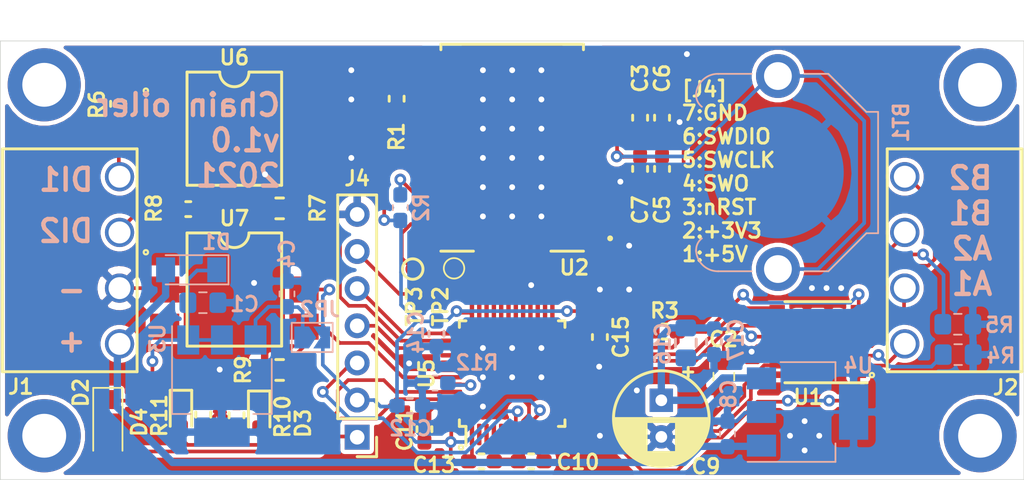
<source format=kicad_pcb>
(kicad_pcb (version 20171130) (host pcbnew 5.1.8-db9833491~88~ubuntu20.04.1)
  (layers (0 F.Cu signal) (31 B.Cu signal) (34 B.Paste user) (35 F.Paste user) (36 B.SilkS user) (37 F.SilkS user) (38 B.Mask user) (39 F.Mask user) (44 Edge.Cuts user))
  (net 0 "")
  (net 1 "Net-(BT1-Pad1)")
  (net 2 -BATT)
  (net 3 +12V)
  (net 4 +3V3)
  (net 5 +BATT)
  (net 6 +5V)
  (net 7 "Net-(D3-Pad1)")
  (net 8 "Net-(D4-Pad1)")
  (net 9 INPUT1)
  (net 10 INPUT2)
  (net 11 "Net-(J2-Pad1)")
  (net 12 "Net-(J2-Pad2)")
  (net 13 "Net-(J2-Pad3)")
  (net 14 "Net-(J2-Pad4)")
  (net 15 nRST)
  (net 16 "Net-(C4-Pad1)")
  (net 17 "Net-(R1-Pad2)")
  (net 18 "Net-(R2-Pad2)")
  (net 19 "Net-(R4-Pad2)")
  (net 20 "Net-(R5-Pad2)")
  (net 21 "Net-(R6-Pad1)")
  (net 22 EXT-SW1)
  (net 23 "Net-(R8-Pad1)")
  (net 24 EXT-SW2)
  (net 25 BIN1)
  (net 26 BIN2)
  (net 27 AIN2)
  (net 28 AIN1)
  (net 29 GPS-3DFIX)
  (net 30 "Net-(U2-Pad3)")
  (net 31 "Net-(U2-Pad6)")
  (net 32 "Net-(U2-Pad7)")
  (net 33 "Net-(U2-Pad20)")
  (net 34 "Net-(U2-Pad24)")
  (net 35 "Net-(U2-Pad28)")
  (net 36 "Net-(U2-Pad29)")
  (net 37 "Net-(U2-Pad30)")
  (net 38 "Net-(U6-Pad6)")
  (net 39 "Net-(U6-Pad3)")
  (net 40 "Net-(U7-Pad3)")
  (net 41 "Net-(U7-Pad6)")
  (net 42 "Net-(C1-Pad1)")
  (net 43 OUTPUT-ON)
  (net 44 GPS-STATUS)
  (net 45 SWDIO)
  (net 46 SWCLK)
  (net 47 "Net-(U5-Pad41)")
  (net 48 "Net-(U5-Pad40)")
  (net 49 "Net-(U5-Pad33)")
  (net 50 "Net-(U5-Pad32)")
  (net 51 "Net-(U5-Pad29)")
  (net 52 "Net-(U5-Pad28)")
  (net 53 "Net-(U5-Pad27)")
  (net 54 "Net-(U5-Pad26)")
  (net 55 "Net-(U5-Pad22)")
  (net 56 "Net-(U5-Pad21)")
  (net 57 "Net-(U5-Pad20)")
  (net 58 "Net-(U5-Pad19)")
  (net 59 "Net-(U5-Pad12)")
  (net 60 "Net-(U5-Pad11)")
  (net 61 "Net-(U5-Pad10)")
  (net 62 "Net-(U5-Pad6)")
  (net 63 "Net-(U5-Pad5)")
  (net 64 "Net-(U5-Pad4)")
  (net 65 "Net-(U5-Pad3)")
  (net 66 "Net-(U5-Pad2)")
  (net 67 SWO)
  (net 68 UART1-Tx)
  (net 69 UART1-Rx)
  (net 70 "Net-(C2-Pad2)")
  (net 71 "Net-(R1-Pad1)")
  (net 72 nFAULT)
  (net 73 nSLEEP)
  (net 74 "Net-(U5-Pad42)")
  (net 75 "Net-(R12-Pad1)")
  (module Resistor_SMD:R_0603_1608Metric_Pad1.05x0.95mm_HandSolder (layer B.Cu) (at 129.725 123.4 180)
    (fp_text reference R12 (at -2.875 1.4) (layer B.SilkS) (effects (font (thickness 0.2)) (justify mirror)))
    (fp_text value 10k)
    (pad 2 smd roundrect (at 0.875 0 180) (size 1.05 0.95) (layers B.Cu B.Paste B.Mask) (net 2 -BATT))
    (pad 1 smd roundrect (at -0.875 0 180) (size 1.05 0.95) (layers B.Cu B.Paste B.Mask) (net 75 "Net-(R12-Pad1)"))
  )
  (module Package_QFP:LQFP-48_7x7mm_P0.5mm (layer F.Cu) (at 135 122.75 90)
    (fp_text reference U5 (at 0 -5.85 90) (layer F.SilkS) (effects (font (thickness 0.2))))
    (fp_text value STM32F103C8Tx)
    (pad 1 smd roundrect (at -4.1625 -2.75 90) (size 1.475 0.3) (layers F.Cu F.Paste F.Mask) (net 4 +3V3))
    (pad 2 smd roundrect (at -4.1625 -2.25 90) (size 1.475 0.3) (layers F.Cu F.Paste F.Mask) (net 66 "Net-(U5-Pad2)"))
    (pad 3 smd roundrect (at -4.1625 -1.75 90) (size 1.475 0.3) (layers F.Cu F.Paste F.Mask) (net 65 "Net-(U5-Pad3)"))
    (pad 4 smd roundrect (at -4.1625 -1.25 90) (size 1.475 0.3) (layers F.Cu F.Paste F.Mask) (net 64 "Net-(U5-Pad4)"))
    (pad 5 smd roundrect (at -4.1625 -0.75 90) (size 1.475 0.3) (layers F.Cu F.Paste F.Mask) (net 63 "Net-(U5-Pad5)"))
    (pad 6 smd roundrect (at -4.1625 -0.25 90) (size 1.475 0.3) (layers F.Cu F.Paste F.Mask) (net 62 "Net-(U5-Pad6)"))
    (pad 7 smd roundrect (at -4.1625 0.25 90) (size 1.475 0.3) (layers F.Cu F.Paste F.Mask) (net 15 nRST))
    (pad 8 smd roundrect (at -4.1625 0.75 90) (size 1.475 0.3) (layers F.Cu F.Paste F.Mask) (net 2 -BATT))
    (pad 9 smd roundrect (at -4.1625 1.25 90) (size 1.475 0.3) (layers F.Cu F.Paste F.Mask) (net 4 +3V3))
    (pad 10 smd roundrect (at -4.1625 1.75 90) (size 1.475 0.3) (layers F.Cu F.Paste F.Mask) (net 61 "Net-(U5-Pad10)"))
    (pad 11 smd roundrect (at -4.1625 2.25 90) (size 1.475 0.3) (layers F.Cu F.Paste F.Mask) (net 60 "Net-(U5-Pad11)"))
    (pad 12 smd roundrect (at -4.1625 2.75 90) (size 1.475 0.3) (layers F.Cu F.Paste F.Mask) (net 59 "Net-(U5-Pad12)"))
    (pad 13 smd roundrect (at -2.75 4.1625 90) (size 0.3 1.475) (layers F.Cu F.Paste F.Mask) (net 73 nSLEEP))
    (pad 14 smd roundrect (at -2.25 4.1625 90) (size 0.3 1.475) (layers F.Cu F.Paste F.Mask) (net 28 AIN1))
    (pad 15 smd roundrect (at -1.75 4.1625 90) (size 0.3 1.475) (layers F.Cu F.Paste F.Mask) (net 27 AIN2))
    (pad 16 smd roundrect (at -1.25 4.1625 90) (size 0.3 1.475) (layers F.Cu F.Paste F.Mask) (net 26 BIN2))
    (pad 17 smd roundrect (at -0.75 4.1625 90) (size 0.3 1.475) (layers F.Cu F.Paste F.Mask) (net 25 BIN1))
    (pad 18 smd roundrect (at -0.25 4.1625 90) (size 0.3 1.475) (layers F.Cu F.Paste F.Mask) (net 72 nFAULT))
    (pad 19 smd roundrect (at 0.25 4.1625 90) (size 0.3 1.475) (layers F.Cu F.Paste F.Mask) (net 58 "Net-(U5-Pad19)"))
    (pad 20 smd roundrect (at 0.75 4.1625 90) (size 0.3 1.475) (layers F.Cu F.Paste F.Mask) (net 57 "Net-(U5-Pad20)"))
    (pad 21 smd roundrect (at 1.25 4.1625 90) (size 0.3 1.475) (layers F.Cu F.Paste F.Mask) (net 56 "Net-(U5-Pad21)"))
    (pad 22 smd roundrect (at 1.75 4.1625 90) (size 0.3 1.475) (layers F.Cu F.Paste F.Mask) (net 55 "Net-(U5-Pad22)"))
    (pad 23 smd roundrect (at 2.25 4.1625 90) (size 0.3 1.475) (layers F.Cu F.Paste F.Mask) (net 2 -BATT))
    (pad 24 smd roundrect (at 2.75 4.1625 90) (size 0.3 1.475) (layers F.Cu F.Paste F.Mask) (net 4 +3V3))
    (pad 25 smd roundrect (at 4.1625 2.75 90) (size 1.475 0.3) (layers F.Cu F.Paste F.Mask) (net 29 GPS-3DFIX))
    (pad 26 smd roundrect (at 4.1625 2.25 90) (size 1.475 0.3) (layers F.Cu F.Paste F.Mask) (net 54 "Net-(U5-Pad26)"))
    (pad 27 smd roundrect (at 4.1625 1.75 90) (size 1.475 0.3) (layers F.Cu F.Paste F.Mask) (net 53 "Net-(U5-Pad27)"))
    (pad 28 smd roundrect (at 4.1625 1.25 90) (size 1.475 0.3) (layers F.Cu F.Paste F.Mask) (net 52 "Net-(U5-Pad28)"))
    (pad 29 smd roundrect (at 4.1625 0.75 90) (size 1.475 0.3) (layers F.Cu F.Paste F.Mask) (net 51 "Net-(U5-Pad29)"))
    (pad 30 smd roundrect (at 4.1625 0.25 90) (size 1.475 0.3) (layers F.Cu F.Paste F.Mask) (net 68 UART1-Tx))
    (pad 31 smd roundrect (at 4.1625 -0.25 90) (size 1.475 0.3) (layers F.Cu F.Paste F.Mask) (net 69 UART1-Rx))
    (pad 32 smd roundrect (at 4.1625 -0.75 90) (size 1.475 0.3) (layers F.Cu F.Paste F.Mask) (net 50 "Net-(U5-Pad32)"))
    (pad 33 smd roundrect (at 4.1625 -1.25 90) (size 1.475 0.3) (layers F.Cu F.Paste F.Mask) (net 49 "Net-(U5-Pad33)"))
    (pad 34 smd roundrect (at 4.1625 -1.75 90) (size 1.475 0.3) (layers F.Cu F.Paste F.Mask) (net 45 SWDIO))
    (pad 35 smd roundrect (at 4.1625 -2.25 90) (size 1.475 0.3) (layers F.Cu F.Paste F.Mask) (net 2 -BATT))
    (pad 36 smd roundrect (at 4.1625 -2.75 90) (size 1.475 0.3) (layers F.Cu F.Paste F.Mask) (net 4 +3V3))
    (pad 37 smd roundrect (at 2.75 -4.1625 90) (size 0.3 1.475) (layers F.Cu F.Paste F.Mask) (net 46 SWCLK))
    (pad 38 smd roundrect (at 2.25 -4.1625 90) (size 0.3 1.475) (layers F.Cu F.Paste F.Mask) (net 22 EXT-SW1))
    (pad 39 smd roundrect (at 1.75 -4.1625 90) (size 0.3 1.475) (layers F.Cu F.Paste F.Mask) (net 67 SWO))
    (pad 40 smd roundrect (at 1.25 -4.1625 90) (size 0.3 1.475) (layers F.Cu F.Paste F.Mask) (net 48 "Net-(U5-Pad40)"))
    (pad 41 smd roundrect (at 0.75 -4.1625 90) (size 0.3 1.475) (layers F.Cu F.Paste F.Mask) (net 47 "Net-(U5-Pad41)"))
    (pad 42 smd roundrect (at 0.25 -4.1625 90) (size 0.3 1.475) (layers F.Cu F.Paste F.Mask) (net 74 "Net-(U5-Pad42)"))
    (pad 43 smd roundrect (at -0.25 -4.1625 90) (size 0.3 1.475) (layers F.Cu F.Paste F.Mask) (net 24 EXT-SW2))
    (pad 44 smd roundrect (at -0.75 -4.1625 90) (size 0.3 1.475) (layers F.Cu F.Paste F.Mask) (net 75 "Net-(R12-Pad1)"))
    (pad 45 smd roundrect (at -1.25 -4.1625 90) (size 0.3 1.475) (layers F.Cu F.Paste F.Mask) (net 43 OUTPUT-ON))
    (pad 46 smd roundrect (at -1.75 -4.1625 90) (size 0.3 1.475) (layers F.Cu F.Paste F.Mask) (net 44 GPS-STATUS))
    (pad 47 smd roundrect (at -2.25 -4.1625 90) (size 0.3 1.475) (layers F.Cu F.Paste F.Mask) (net 2 -BATT))
    (pad 48 smd roundrect (at -2.75 -4.1625 90) (size 0.3 1.475) (layers F.Cu F.Paste F.Mask) (net 4 +3V3))
  )
  (module zmolnar-RF_Module:Quectel_L96-M33 (layer F.Cu) (at 135 107.3 180)
    (fp_text reference U2 (at -4.25 -8.2) (layer F.SilkS) (effects (font (thickness 0.2))))
    (fp_text value Quectel_L96-M33)
    (pad 1 smd rect (at -4.8 -6.2 180) (size 2.15 0.7) (layers F.Cu F.Mask))
    (pad 2 smd rect (at -4.8 -5.2 180) (size 2.15 0.7) (layers F.Cu F.Mask) (net 29 GPS-3DFIX))
    (pad 3 smd rect (at -4.8 -4.2 180) (size 2.15 0.7) (layers F.Cu F.Mask) (net 30 "Net-(U2-Pad3)"))
    (pad 4 smd rect (at -4.8 -3.2 180) (size 2.15 0.7) (layers F.Cu F.Mask) (net 2 -BATT))
    (pad 5 smd rect (at -4.8 -2.2 180) (size 2.15 0.7) (layers F.Cu F.Mask) (net 2 -BATT))
    (pad 6 smd rect (at -4.8 -1.2 180) (size 2.15 0.7) (layers F.Cu F.Mask) (net 31 "Net-(U2-Pad6)"))
    (pad 7 smd rect (at -4.8 -0.2 180) (size 2.15 0.7) (layers F.Cu F.Mask) (net 32 "Net-(U2-Pad7)"))
    (pad 8 smd rect (at -4.8 0.8 180) (size 2.15 0.7) (layers F.Cu F.Mask) (net 1 "Net-(BT1-Pad1)"))
    (pad 9 smd rect (at -4.8 1.8 180) (size 2.15 0.7) (layers F.Cu F.Mask) (net 4 +3V3))
    (pad 10 smd rect (at -4.8 2.8 180) (size 2.15 0.7) (layers F.Cu F.Mask) (net 2 -BATT))
    (pad 11 smd rect (at -4.8 3.8 180) (size 2.15 0.7) (layers F.Cu F.Mask) (net 2 -BATT))
    (pad 12 smd rect (at -4.8 4.8 180) (size 2.15 0.7) (layers F.Cu F.Mask) (net 2 -BATT))
    (pad 13 smd rect (at -4.8 5.95 180) (size 2.15 0.7) (layers F.Cu F.Mask) (net 2 -BATT))
    (pad 14 smd rect (at 4.8 5.95 180) (size 2.15 0.7) (layers F.Cu F.Mask) (net 2 -BATT))
    (pad 15 smd rect (at 4.8 4.8 180) (size 2.15 0.7) (layers F.Cu F.Mask) (net 2 -BATT))
    (pad 16 smd rect (at 4.8 3.8 180) (size 2.15 0.7) (layers F.Cu F.Mask) (net 71 "Net-(R1-Pad1)"))
    (pad 17 smd rect (at 4.8 2.8 180) (size 2.15 0.7) (layers F.Cu F.Mask) (net 17 "Net-(R1-Pad2)"))
    (pad 18 smd rect (at 4.8 1.8 180) (size 2.15 0.7) (layers F.Cu F.Mask) (net 2 -BATT))
    (pad 19 smd rect (at 4.8 0.8 180) (size 2.15 0.7) (layers F.Cu F.Mask) (net 2 -BATT))
    (pad 20 smd rect (at 4.8 -0.2 180) (size 2.15 0.7) (layers F.Cu F.Mask) (net 33 "Net-(U2-Pad20)"))
    (pad 21 smd rect (at 4.8 -1.2 180) (size 2.15 0.7) (layers F.Cu F.Mask) (net 2 -BATT))
    (pad 22 smd rect (at 4.8 -2.2 180) (size 2.15 0.7) (layers F.Cu F.Mask) (net 2 -BATT))
    (pad 23 smd rect (at 4.8 -3.2 180) (size 2.15 0.7) (layers F.Cu F.Mask) (net 18 "Net-(R2-Pad2)"))
    (pad 24 smd rect (at 4.8 -4.2 180) (size 2.15 0.7) (layers F.Cu F.Mask) (net 34 "Net-(U2-Pad24)"))
    (pad 25 smd rect (at 4.8 -5.2 180) (size 2.15 0.7) (layers F.Cu F.Mask) (net 69 UART1-Rx))
    (pad 26 smd rect (at 4.8 -6.2 180) (size 2.15 0.7) (layers F.Cu F.Mask) (net 68 UART1-Tx))
    (pad 27 smd rect (at 2 -7 180) (size 0.7 2.15) (layers F.Cu F.Mask) (net 2 -BATT))
    (pad 28 smd rect (at 1 -7 180) (size 0.7 2.15) (layers F.Cu F.Mask) (net 35 "Net-(U2-Pad28)"))
    (pad 29 smd rect (at 0 -7 180) (size 0.7 2.15) (layers F.Cu F.Mask) (net 36 "Net-(U2-Pad29)"))
    (pad 30 smd rect (at -1 -7 180) (size 0.7 2.15) (layers F.Cu F.Mask) (net 37 "Net-(U2-Pad30)"))
    (pad 31 smd rect (at -2 -7 180) (size 0.7 2.15) (layers F.Cu F.Mask) (net 2 -BATT))
  )
  (module zmolnar-Battery:BatteryHolder_Keystone_3001_1x12mm (layer B.Cu) (at 153.175 109 90)
    (fp_text reference BT1 (at 3.425 8.425 90) (layer B.SilkS) (effects (font (thickness 0.2)) (justify mirror)))
    (fp_text value CR1220)
    (pad 1 thru_hole circle (at -6.6 0 90) (size 3 3) (drill 1.9) (layers *.Cu *.Mask) (net 1 "Net-(BT1-Pad1)"))
    (pad 1 thru_hole circle (at 6.6 0 90) (size 3 3) (drill 1.9) (layers *.Cu *.Mask) (net 1 "Net-(BT1-Pad1)"))
    (pad 2 smd circle (at 0 0 90) (size 9 9) (layers B.Cu B.Mask) (net 2 -BATT))
  )
  (module TestPoint:TestPoint_Pad_D1.0mm (layer F.Cu) (at 131.025 115.55)
    (fp_text reference TP2 (at -0.925 2.6 90) (layer F.SilkS) (effects (font (thickness 0.2))))
    (fp_text value GPS-Tx)
    (pad 1 smd circle (at 0 0) (size 1 1) (layers F.Cu F.Mask) (net 68 UART1-Tx))
  )
  (module Capacitor_SMD:C_0603_1608Metric_Pad1.05x0.95mm_HandSolder (layer B.Cu) (at 128 124.95)
    (fp_text reference C12 (at 0.05 1.55 180) (layer B.SilkS) (effects (font (thickness 0.2)) (justify mirror)))
    (fp_text value 10uF)
    (pad 1 smd roundrect (at -0.875 0) (size 1.05 0.95) (layers B.Cu B.Paste B.Mask) (net 4 +3V3))
    (pad 2 smd roundrect (at 0.875 0) (size 1.05 0.95) (layers B.Cu B.Paste B.Mask) (net 2 -BATT))
  )
  (module Jumper:SolderJumper-2_P1.3mm_Open_TrianglePad1.0x1.5mm (layer B.Cu) (at 121.325 120.275)
    (fp_text reference JP2 (at 0.525 -1.925) (layer B.SilkS) (effects (font (thickness 0.2)) (justify mirror)))
    (fp_text value SolderJumper_2_Open)
    (pad 2 smd custom (at 0.725 0) (size 0.3 0.3) (layers B.Cu B.Mask) (net 4 +3V3) (options (clearance outline) (anchor rect)) (primitives (gr_poly (pts (xy -0.65 0.75) (xy 0.5 0.75) (xy 0.5 -0.75) (xy -0.65 -0.75) (xy -0.15 0)) (width 0))))
    (pad 1 smd custom (at -0.725 0) (size 0.3 0.3) (layers B.Cu B.Mask) (net 16 "Net-(C4-Pad1)") (options (clearance outline) (anchor rect)) (primitives (gr_poly (pts (xy -0.5 0.75) (xy 0.5 0.75) (xy 1 0) (xy 0.5 -0.75) (xy -0.5 -0.75)) (width 0))))
  )
  (module Capacitor_SMD:C_0603_1608Metric_Pad1.05x0.95mm_HandSolder (layer B.Cu) (at 119.6 117.3 90)
    (fp_text reference C4 (at 2.75 0 90) (layer B.SilkS) (effects (font (thickness 0.2)) (justify mirror)))
    (fp_text value 10uF)
    (pad 2 smd roundrect (at 0.875 0 90) (size 1.05 0.95) (layers B.Cu B.Paste B.Mask) (net 2 -BATT))
    (pad 1 smd roundrect (at -0.875 0 90) (size 1.05 0.95) (layers B.Cu B.Paste B.Mask) (net 16 "Net-(C4-Pad1)"))
  )
  (module Resistor_SMD:R_0603_1608Metric_Pad1.05x0.95mm_HandSolder (layer F.Cu) (at 112.85 111.5 180)
    (fp_text reference R8 (at 2.35 0.05 90) (layer F.SilkS) (effects (font (thickness 0.2))))
    (fp_text value 2k)
    (pad 2 smd roundrect (at 0.875 0 180) (size 1.05 0.95) (layers F.Cu F.Paste F.Mask) (net 10 INPUT2))
    (pad 1 smd roundrect (at -0.875 0 180) (size 1.05 0.95) (layers F.Cu F.Paste F.Mask) (net 23 "Net-(R8-Pad1)"))
  )
  (module Resistor_SMD:R_0603_1608Metric_Pad1.05x0.95mm_HandSolder (layer F.Cu) (at 108.05 104.3 270)
    (fp_text reference R6 (at 0.05 1.45 90) (layer F.SilkS) (effects (font (thickness 0.2))))
    (fp_text value 2k)
    (pad 2 smd roundrect (at 0.875 0 270) (size 1.05 0.95) (layers F.Cu F.Paste F.Mask) (net 9 INPUT1))
    (pad 1 smd roundrect (at -0.875 0 270) (size 1.05 0.95) (layers F.Cu F.Paste F.Mask) (net 21 "Net-(R6-Pad1)"))
  )
  (module Capacitor_SMD:C_0805_2012Metric_Pad1.15x1.40mm_HandSolder (layer B.Cu) (at 113.85 117.9)
    (fp_text reference C1 (at 2.85 0.1) (layer B.SilkS) (effects (font (thickness 0.2)) (justify mirror)))
    (fp_text value 25V/10uF)
    (pad 2 smd roundrect (at 1.025 0) (size 1.15 1.4) (layers B.Cu B.Paste B.Mask) (roundrect_rratio 0.2173904347826087) (net 2 -BATT))
    (pad 1 smd roundrect (at -1.025 0) (size 1.15 1.4) (layers B.Cu B.Paste B.Mask) (roundrect_rratio 0.2173904347826087) (net 42 "Net-(C1-Pad1)"))
  )
  (module Package_TO_SOT_SMD:SOT-223-3_TabPin2 (layer B.Cu) (at 155.2 125.375)
    (fp_text reference U4 (at 3.475 -3.175) (layer B.SilkS) (effects (font (thickness 0.2)) (justify mirror)))
    (fp_text value LM2940IMP)
    (pad 1 smd rect (at -3.15 2.3) (size 2 1.5) (layers B.Cu B.Paste B.Mask) (net 5 +BATT))
    (pad 3 smd rect (at -3.15 -2.3) (size 2 1.5) (layers B.Cu B.Paste B.Mask) (net 3 +12V))
    (pad 2 smd rect (at -3.15 0) (size 2 1.5) (layers B.Cu B.Paste B.Mask) (net 2 -BATT))
    (pad 2 smd rect (at 3.15 0) (size 2 3.8) (layers B.Cu B.Paste B.Mask) (net 2 -BATT))
  )
  (module Resistor_SMD:R_0603_1608Metric_Pad1.05x0.95mm_HandSolder (layer F.Cu) (at 127.1 103.95 270)
    (fp_text reference R1 (at 2.6 0 90) (layer F.SilkS) (effects (font (thickness 0.2))))
    (fp_text value 0R)
    (pad 2 smd roundrect (at 0.875 0 270) (size 1.05 0.95) (layers F.Cu F.Paste F.Mask) (net 17 "Net-(R1-Pad2)"))
    (pad 1 smd roundrect (at -0.875 0 270) (size 1.05 0.95) (layers F.Cu F.Paste F.Mask) (net 71 "Net-(R1-Pad1)"))
  )
  (module Capacitor_SMD:C_0603_1608Metric_Pad1.05x0.95mm_HandSolder (layer B.Cu) (at 148.8 120.575 270)
    (fp_text reference C17 (at -0.125 -1.5 270) (layer B.SilkS) (effects (font (thickness 0.2)) (justify mirror)))
    (fp_text value 50V/100nF)
    (pad 2 smd roundrect (at 0.875 0 270) (size 1.05 0.95) (layers B.Cu B.Paste B.Mask) (net 2 -BATT))
    (pad 1 smd roundrect (at -0.875 0 270) (size 1.05 0.95) (layers B.Cu B.Paste B.Mask) (net 3 +12V))
  )
  (module Capacitor_SMD:C_0805_2012Metric_Pad1.15x1.40mm_HandSolder (layer B.Cu) (at 146.875 120.65 270)
    (fp_text reference C16 (at 0.05 1.575 270) (layer B.SilkS) (effects (font (thickness 0.2)) (justify mirror)))
    (fp_text value 25V/10uF)
    (pad 2 smd roundrect (at 1.025 0 270) (size 1.15 1.4) (layers B.Cu B.Paste B.Mask) (roundrect_rratio 0.2173904347826087) (net 2 -BATT))
    (pad 1 smd roundrect (at -1.025 0 270) (size 1.15 1.4) (layers B.Cu B.Paste B.Mask) (roundrect_rratio 0.2173904347826087) (net 3 +12V))
  )
  (module Capacitor_SMD:C_0805_2012Metric_Pad1.15x1.40mm_HandSolder (layer F.Cu) (at 149.475 122.95 90)
    (fp_text reference C2 (at 2.55 -0.025 180) (layer F.SilkS) (effects (font (thickness 0.2))))
    (fp_text value 2.2uF)
    (pad 2 smd roundrect (at 1.025 0 90) (size 1.15 1.4) (layers F.Cu F.Paste F.Mask) (roundrect_rratio 0.2173904347826087) (net 70 "Net-(C2-Pad2)"))
    (pad 1 smd roundrect (at -1.025 0 90) (size 1.15 1.4) (layers F.Cu F.Paste F.Mask) (roundrect_rratio 0.2173904347826087) (net 2 -BATT))
  )
  (module Connector_PinHeader_2.54mm:PinHeader_1x07_P2.54mm_Vertical (layer F.Cu) (at 124.4 127.1 180)
    (fp_text reference J4 (at 0 17.7) (layer F.SilkS) (effects (font (thickness 0.2))))
    (fp_text value SWD)
    (pad 7 thru_hole oval (at 0 15.24 180) (size 1.7 1.7) (drill 1) (layers *.Cu *.Mask) (net 2 -BATT))
    (pad 6 thru_hole oval (at 0 12.7 180) (size 1.7 1.7) (drill 1) (layers *.Cu *.Mask) (net 45 SWDIO))
    (pad 5 thru_hole oval (at 0 10.16 180) (size 1.7 1.7) (drill 1) (layers *.Cu *.Mask) (net 46 SWCLK))
    (pad 4 thru_hole oval (at 0 7.62 180) (size 1.7 1.7) (drill 1) (layers *.Cu *.Mask) (net 67 SWO))
    (pad 3 thru_hole oval (at 0 5.08 180) (size 1.7 1.7) (drill 1) (layers *.Cu *.Mask) (net 15 nRST))
    (pad 2 thru_hole oval (at 0 2.54 180) (size 1.7 1.7) (drill 1) (layers *.Cu *.Mask) (net 4 +3V3))
    (pad 1 thru_hole rect (at 0 0 180) (size 1.7 1.7) (drill 1) (layers *.Cu *.Mask) (net 6 +5V))
  )
  (module Capacitor_SMD:C_0603_1608Metric_Pad1.05x0.95mm_HandSolder (layer F.Cu) (at 143.75 105.25 90)
    (fp_text reference C3 (at 2.7 0 90) (layer F.SilkS) (effects (font (thickness 0.2))))
    (fp_text value 10uF)
    (pad 2 smd roundrect (at 0.875 0 90) (size 1.05 0.95) (layers F.Cu F.Paste F.Mask) (net 2 -BATT))
    (pad 1 smd roundrect (at -0.875 0 90) (size 1.05 0.95) (layers F.Cu F.Paste F.Mask) (net 4 +3V3))
  )
  (module Capacitor_SMD:C_0603_1608Metric_Pad1.05x0.95mm_HandSolder (layer F.Cu) (at 145.25 108.75 270)
    (fp_text reference C5 (at 2.8 0 90) (layer F.SilkS) (effects (font (thickness 0.2))))
    (fp_text value 100nF)
    (pad 1 smd roundrect (at -0.875 0 270) (size 1.05 0.95) (layers F.Cu F.Paste F.Mask) (net 1 "Net-(BT1-Pad1)"))
    (pad 2 smd roundrect (at 0.875 0 270) (size 1.05 0.95) (layers F.Cu F.Paste F.Mask) (net 2 -BATT))
  )
  (module Capacitor_SMD:C_0603_1608Metric_Pad1.05x0.95mm_HandSolder (layer F.Cu) (at 145.25 105.25 90)
    (fp_text reference C6 (at 2.7 0 90) (layer F.SilkS) (effects (font (thickness 0.2))))
    (fp_text value 100nF)
    (pad 1 smd roundrect (at -0.875 0 90) (size 1.05 0.95) (layers F.Cu F.Paste F.Mask) (net 4 +3V3))
    (pad 2 smd roundrect (at 0.875 0 90) (size 1.05 0.95) (layers F.Cu F.Paste F.Mask) (net 2 -BATT))
  )
  (module Capacitor_SMD:C_0603_1608Metric_Pad1.05x0.95mm_HandSolder (layer F.Cu) (at 143.75 108.75 270)
    (fp_text reference C7 (at 2.8 0 90) (layer F.SilkS) (effects (font (thickness 0.2))))
    (fp_text value 4.7uF)
    (pad 1 smd roundrect (at -0.875 0 270) (size 1.05 0.95) (layers F.Cu F.Paste F.Mask) (net 1 "Net-(BT1-Pad1)"))
    (pad 2 smd roundrect (at 0.875 0 270) (size 1.05 0.95) (layers F.Cu F.Paste F.Mask) (net 2 -BATT))
  )
  (module Capacitor_SMD:C_0603_1608Metric_Pad1.05x0.95mm_HandSolder (layer F.Cu) (at 136.3 128.75 180)
    (fp_text reference C10 (at -3.2 -0.05 180) (layer F.SilkS) (effects (font (thickness 0.2))))
    (fp_text value 100nF)
    (pad 2 smd roundrect (at 0.875 0 180) (size 1.05 0.95) (layers F.Cu F.Paste F.Mask) (net 2 -BATT))
    (pad 1 smd roundrect (at -0.875 0 180) (size 1.05 0.95) (layers F.Cu F.Paste F.Mask) (net 4 +3V3))
  )
  (module Capacitor_SMD:C_0603_1608Metric_Pad1.05x0.95mm_HandSolder (layer F.Cu) (at 129 126.55 90)
    (fp_text reference C11 (at -0.05 -1.35 270) (layer F.SilkS) (effects (font (thickness 0.2))))
    (fp_text value 100nF)
    (pad 2 smd roundrect (at 0.875 0 90) (size 1.05 0.95) (layers F.Cu F.Paste F.Mask) (net 2 -BATT))
    (pad 1 smd roundrect (at -0.875 0 90) (size 1.05 0.95) (layers F.Cu F.Paste F.Mask) (net 4 +3V3))
  )
  (module Diode_SMD:D_MiniMELF (layer B.Cu) (at 113.05 115.65 180)
    (fp_text reference D1 (at -1.725 1.9 180) (layer B.SilkS) (effects (font (thickness 0.2)) (justify mirror)))
    (fp_text value LL46)
    (pad 2 smd rect (at 1.75 0 180) (size 1.3 1.7) (layers B.Cu B.Paste B.Mask) (net 5 +BATT))
    (pad 1 smd rect (at -1.75 0 180) (size 1.3 1.7) (layers B.Cu B.Paste B.Mask) (net 42 "Net-(C1-Pad1)"))
  )
  (module Diode_SMD:D_MiniMELF (layer F.Cu) (at 107.35 126.275 270)
    (fp_text reference D2 (at -2.225 1.85 90) (layer F.SilkS) (effects (font (thickness 0.2))))
    (fp_text value LL46 hide)
    (pad 1 smd rect (at -1.75 0 270) (size 1.3 1.7) (layers F.Cu F.Paste F.Mask) (net 42 "Net-(C1-Pad1)"))
    (pad 2 smd rect (at 1.75 0 270) (size 1.3 1.7) (layers F.Cu F.Paste F.Mask) (net 6 +5V))
  )
  (module Diode_SMD:D_0603_1608Metric_Pad1.05x0.95mm_HandSolder (layer F.Cu) (at 117.7 125.6 270)
    (fp_text reference D3 (at 0.55 -3 90) (layer F.SilkS) (effects (font (thickness 0.2))))
    (fp_text value red)
    (pad 1 smd roundrect (at -0.875 0 270) (size 1.05 0.95) (layers F.Cu F.Paste F.Mask) (net 7 "Net-(D3-Pad1)"))
    (pad 2 smd roundrect (at 0.875 0 270) (size 1.05 0.95) (layers F.Cu F.Paste F.Mask) (net 43 OUTPUT-ON))
  )
  (module Diode_SMD:D_0603_1608Metric_Pad1.05x0.95mm_HandSolder (layer F.Cu) (at 112.35 125.55 270)
    (fp_text reference D4 (at 0.525 2.85 90) (layer F.SilkS) (effects (font (thickness 0.2))))
    (fp_text value green)
    (pad 2 smd roundrect (at 0.875 0 270) (size 1.05 0.95) (layers F.Cu F.Paste F.Mask) (net 44 GPS-STATUS))
    (pad 1 smd roundrect (at -0.875 0 270) (size 1.05 0.95) (layers F.Cu F.Paste F.Mask) (net 8 "Net-(D4-Pad1)"))
  )
  (module zmolnar-Connector:Tianli_TLPHC100R_3.81_01x04 (layer F.Cu) (at 108.15 115 270)
    (fp_text reference J1 (at 8.65 6.75 180) (layer F.SilkS) (effects (font (thickness 0.2))))
    (fp_text value "Input connector")
    (pad 4 thru_hole circle (at 5.715 0 270) (size 2 2) (drill 1.5) (layers *.Cu *.Mask) (net 5 +BATT))
    (pad 3 thru_hole circle (at 1.905 0 270) (size 2 2) (drill 1.5) (layers *.Cu *.Mask) (net 2 -BATT))
    (pad 2 thru_hole circle (at -1.905 0 270) (size 2 2) (drill 1.5) (layers *.Cu *.Mask) (net 10 INPUT2))
    (pad 1 thru_hole circle (at -5.715 0 270) (size 2 2) (drill 1.5) (layers *.Cu *.Mask) (net 9 INPUT1))
  )
  (module zmolnar-Connector:Tianli_TLPHC100R_3.81_01x04 (layer F.Cu) (at 161.85 115 90)
    (fp_text reference J2 (at -8.7 6.9 180) (layer F.SilkS) (effects (font (thickness 0.2))))
    (fp_text value "Output connector")
    (pad 1 thru_hole circle (at -5.715 0 90) (size 2 2) (drill 1.5) (layers *.Cu *.Mask) (net 11 "Net-(J2-Pad1)"))
    (pad 2 thru_hole circle (at -1.905 0 90) (size 2 2) (drill 1.5) (layers *.Cu *.Mask) (net 12 "Net-(J2-Pad2)"))
    (pad 3 thru_hole circle (at 1.905 0 90) (size 2 2) (drill 1.5) (layers *.Cu *.Mask) (net 13 "Net-(J2-Pad3)"))
    (pad 4 thru_hole circle (at 5.715 0 90) (size 2 2) (drill 1.5) (layers *.Cu *.Mask) (net 14 "Net-(J2-Pad4)"))
  )
  (module Resistor_SMD:R_0603_1608Metric_Pad1.05x0.95mm_HandSolder (layer B.Cu) (at 127.35 111.4 90)
    (fp_text reference R2 (at 0 1.43 270) (layer B.SilkS) (effects (font (thickness 0.2)) (justify mirror)))
    (fp_text value 10k)
    (pad 2 smd roundrect (at 0.875 0 90) (size 1.05 0.95) (layers B.Cu B.Paste B.Mask) (net 18 "Net-(R2-Pad2)"))
    (pad 1 smd roundrect (at -0.875 0 90) (size 1.05 0.95) (layers B.Cu B.Paste B.Mask) (net 4 +3V3))
  )
  (module Resistor_SMD:R_0603_1608Metric_Pad1.05x0.95mm_HandSolder (layer F.Cu) (at 145.425 119.875)
    (fp_text reference R3 (at 0 -1.43) (layer F.SilkS) (effects (font (thickness 0.2))))
    (fp_text value 10k)
    (pad 2 smd roundrect (at 0.875 0) (size 1.05 0.95) (layers F.Cu F.Paste F.Mask) (net 72 nFAULT))
    (pad 1 smd roundrect (at -0.875 0) (size 1.05 0.95) (layers F.Cu F.Paste F.Mask) (net 4 +3V3))
  )
  (module Resistor_SMD:R_0805_2012Metric_Pad1.15x1.40mm_HandSolder (layer B.Cu) (at 165.5 121.45 180)
    (fp_text reference R4 (at -2.925 -0.075 180) (layer B.SilkS) (effects (font (thickness 0.2)) (justify mirror)))
    (fp_text value 0R47)
    (pad 1 smd roundrect (at -1.025 0 180) (size 1.15 1.4) (layers B.Cu B.Paste B.Mask) (roundrect_rratio 0.2173904347826087) (net 2 -BATT))
    (pad 2 smd roundrect (at 1.025 0 180) (size 1.15 1.4) (layers B.Cu B.Paste B.Mask) (roundrect_rratio 0.2173904347826087) (net 19 "Net-(R4-Pad2)"))
  )
  (module Resistor_SMD:R_0805_2012Metric_Pad1.15x1.40mm_HandSolder (layer B.Cu) (at 165.475 119.375 180)
    (fp_text reference R5 (at -2.85 -0.05) (layer B.SilkS) (effects (font (thickness 0.2)) (justify mirror)))
    (fp_text value 0R47)
    (pad 2 smd roundrect (at 1.025 0 180) (size 1.15 1.4) (layers B.Cu B.Paste B.Mask) (roundrect_rratio 0.2173904347826087) (net 20 "Net-(R5-Pad2)"))
    (pad 1 smd roundrect (at -1.025 0 180) (size 1.15 1.4) (layers B.Cu B.Paste B.Mask) (roundrect_rratio 0.2173904347826087) (net 2 -BATT))
  )
  (module Resistor_SMD:R_0805_2012Metric_Pad1.15x1.40mm_HandSolder (layer F.Cu) (at 119.1 111.45 180)
    (fp_text reference R7 (at -2.6 0 90) (layer F.SilkS) (effects (font (thickness 0.2))))
    (fp_text value 15k)
    (pad 2 smd roundrect (at 1.025 0 180) (size 1.15 1.4) (layers F.Cu F.Paste F.Mask) (roundrect_rratio 0.2173904347826087) (net 2 -BATT))
    (pad 1 smd roundrect (at -1.025 0 180) (size 1.15 1.4) (layers F.Cu F.Paste F.Mask) (roundrect_rratio 0.2173904347826087) (net 22 EXT-SW1))
  )
  (module Resistor_SMD:R_0805_2012Metric_Pad1.15x1.40mm_HandSolder (layer F.Cu) (at 119.1 122.5 180)
    (fp_text reference R9 (at 2.5 0 90) (layer F.SilkS) (effects (font (thickness 0.2))))
    (fp_text value 15k)
    (pad 2 smd roundrect (at 1.025 0 180) (size 1.15 1.4) (layers F.Cu F.Paste F.Mask) (roundrect_rratio 0.2173904347826087) (net 2 -BATT))
    (pad 1 smd roundrect (at -1.025 0 180) (size 1.15 1.4) (layers F.Cu F.Paste F.Mask) (roundrect_rratio 0.2173904347826087) (net 24 EXT-SW2))
  )
  (module Resistor_SMD:R_0603_1608Metric_Pad1.05x0.95mm_HandSolder (layer F.Cu) (at 116.15 125.6 270)
    (fp_text reference R10 (at 0.1 -3.15 90) (layer F.SilkS) (effects (font (thickness 0.2))))
    (fp_text value 390R)
    (pad 1 smd roundrect (at -0.875 0 270) (size 1.05 0.95) (layers F.Cu F.Paste F.Mask) (net 7 "Net-(D3-Pad1)"))
    (pad 2 smd roundrect (at 0.875 0 270) (size 1.05 0.95) (layers F.Cu F.Paste F.Mask) (net 2 -BATT))
  )
  (module Resistor_SMD:R_0603_1608Metric_Pad1.05x0.95mm_HandSolder (layer F.Cu) (at 113.875 125.55 270)
    (fp_text reference R11 (at 0.075 3 90) (layer F.SilkS) (effects (font (thickness 0.2))))
    (fp_text value 390R)
    (pad 1 smd roundrect (at -0.875 0 270) (size 1.05 0.95) (layers F.Cu F.Paste F.Mask) (net 8 "Net-(D4-Pad1)"))
    (pad 2 smd roundrect (at 0.875 0 270) (size 1.05 0.95) (layers F.Cu F.Paste F.Mask) (net 2 -BATT))
  )
  (module Package_SO:TSSOP-16-1EP_4.4x5mm_P0.65mm (layer F.Cu) (at 155.9 120.55 180)
    (fp_text reference U1 (at 0.65 -3.8) (layer F.SilkS) (effects (font (thickness 0.2))))
    (fp_text value DRV8848)
    (pad 1 smd rect (at -2.775 -2.275 180) (size 1.05 0.45) (layers F.Cu F.Paste F.Mask) (net 73 nSLEEP))
    (pad 2 smd rect (at -2.775 -1.625 180) (size 1.05 0.45) (layers F.Cu F.Paste F.Mask) (net 11 "Net-(J2-Pad1)"))
    (pad 3 smd rect (at -2.775 -0.975 180) (size 1.05 0.45) (layers F.Cu F.Paste F.Mask) (net 19 "Net-(R4-Pad2)"))
    (pad 4 smd rect (at -2.775 -0.325 180) (size 1.05 0.45) (layers F.Cu F.Paste F.Mask) (net 12 "Net-(J2-Pad2)"))
    (pad 5 smd rect (at -2.775 0.325 180) (size 1.05 0.45) (layers F.Cu F.Paste F.Mask) (net 14 "Net-(J2-Pad4)"))
    (pad 6 smd rect (at -2.775 0.975 180) (size 1.05 0.45) (layers F.Cu F.Paste F.Mask) (net 20 "Net-(R5-Pad2)"))
    (pad 7 smd rect (at -2.775 1.625 180) (size 1.05 0.45) (layers F.Cu F.Paste F.Mask) (net 13 "Net-(J2-Pad3)"))
    (pad 8 smd rect (at -2.775 2.275 180) (size 1.05 0.45) (layers F.Cu F.Paste F.Mask) (net 72 nFAULT))
    (pad 9 smd rect (at 2.775 2.275 180) (size 1.05 0.45) (layers F.Cu F.Paste F.Mask) (net 25 BIN1))
    (pad 10 smd rect (at 2.775 1.625 180) (size 1.05 0.45) (layers F.Cu F.Paste F.Mask) (net 26 BIN2))
    (pad 11 smd rect (at 2.775 0.975 180) (size 1.05 0.45) (layers F.Cu F.Paste F.Mask) (net 70 "Net-(C2-Pad2)"))
    (pad 12 smd rect (at 2.775 0.325 180) (size 1.05 0.45) (layers F.Cu F.Paste F.Mask) (net 3 +12V))
    (pad 13 smd rect (at 2.775 -0.325 180) (size 1.05 0.45) (layers F.Cu F.Paste F.Mask) (net 2 -BATT))
    (pad 14 smd rect (at 2.775 -0.975 180) (size 1.05 0.45) (layers F.Cu F.Paste F.Mask) (net 70 "Net-(C2-Pad2)"))
    (pad 15 smd rect (at 2.775 -1.625 180) (size 1.05 0.45) (layers F.Cu F.Paste F.Mask) (net 27 AIN2))
    (pad 16 smd rect (at 2.775 -2.275 180) (size 1.05 0.45) (layers F.Cu F.Paste F.Mask) (net 28 AIN1))
    (pad 17 smd rect (at 0.735 1.3425 180) (size 1.47 0.895) (layers F.Cu F.Paste F.Mask) (net 2 -BATT))
    (pad 17 smd rect (at 0.735 0.4475 180) (size 1.47 0.895) (layers F.Cu F.Paste F.Mask) (net 2 -BATT))
    (pad 17 smd rect (at 0.735 -0.4475 180) (size 1.47 0.895) (layers F.Cu F.Paste F.Mask) (net 2 -BATT))
    (pad 17 smd rect (at 0.735 -1.3425 180) (size 1.47 0.895) (layers F.Cu F.Paste F.Mask) (net 2 -BATT))
    (pad 17 smd rect (at -0.735 1.3425 180) (size 1.47 0.895) (layers F.Cu F.Paste F.Mask) (net 2 -BATT))
    (pad 17 smd rect (at -0.735 0.4475 180) (size 1.47 0.895) (layers F.Cu F.Paste F.Mask) (net 2 -BATT))
    (pad 17 smd rect (at -0.735 -0.4475 180) (size 1.47 0.895) (layers F.Cu F.Paste F.Mask) (net 2 -BATT))
    (pad 17 smd rect (at -0.735 -1.3425 180) (size 1.47 0.895) (layers F.Cu F.Paste F.Mask) (net 2 -BATT))
  )
  (module Package_DIP:SMDIP-6_W9.53mm (layer F.Cu) (at 116 106)
    (fp_text reference U6 (at 0 -4.87) (layer F.SilkS) (effects (font (thickness 0.2))))
    (fp_text value CNY17-3)
    (pad 6 smd rect (at 4.765 -2.54) (size 2 1.78) (layers F.Cu F.Paste F.Mask) (net 38 "Net-(U6-Pad6)"))
    (pad 3 smd rect (at -4.765 2.54) (size 2 1.78) (layers F.Cu F.Paste F.Mask) (net 39 "Net-(U6-Pad3)"))
    (pad 5 smd rect (at 4.765 0) (size 2 1.78) (layers F.Cu F.Paste F.Mask) (net 4 +3V3))
    (pad 2 smd rect (at -4.765 0) (size 2 1.78) (layers F.Cu F.Paste F.Mask) (net 2 -BATT))
    (pad 4 smd rect (at 4.765 2.54) (size 2 1.78) (layers F.Cu F.Paste F.Mask) (net 22 EXT-SW1))
    (pad 1 smd rect (at -4.765 -2.54) (size 2 1.78) (layers F.Cu F.Paste F.Mask) (net 21 "Net-(R6-Pad1)"))
  )
  (module Package_DIP:SMDIP-6_W9.53mm (layer F.Cu) (at 116 117)
    (fp_text reference U7 (at 0 -4.87) (layer F.SilkS) (effects (font (thickness 0.2))))
    (fp_text value CNY17-3)
    (pad 1 smd rect (at -4.765 -2.54) (size 2 1.78) (layers F.Cu F.Paste F.Mask) (net 23 "Net-(R8-Pad1)"))
    (pad 4 smd rect (at 4.765 2.54) (size 2 1.78) (layers F.Cu F.Paste F.Mask) (net 24 EXT-SW2))
    (pad 2 smd rect (at -4.765 0) (size 2 1.78) (layers F.Cu F.Paste F.Mask) (net 2 -BATT))
    (pad 5 smd rect (at 4.765 0) (size 2 1.78) (layers F.Cu F.Paste F.Mask) (net 4 +3V3))
    (pad 3 smd rect (at -4.765 2.54) (size 2 1.78) (layers F.Cu F.Paste F.Mask) (net 40 "Net-(U7-Pad3)"))
    (pad 6 smd rect (at 4.765 -2.54) (size 2 1.78) (layers F.Cu F.Paste F.Mask) (net 41 "Net-(U7-Pad6)"))
  )
  (module Capacitor_SMD:C_0603_1608Metric_Pad1.05x0.95mm_HandSolder (layer B.Cu) (at 149.725 126.875 90)
    (fp_text reference C8 (at 2.725 0.075 270) (layer B.SilkS) (effects (font (thickness 0.2)) (justify mirror)))
    (fp_text value 25V/470nF)
    (pad 2 smd roundrect (at 0.875 0 90) (size 1.05 0.95) (layers B.Cu B.Paste B.Mask) (net 2 -BATT))
    (pad 1 smd roundrect (at -0.875 0 90) (size 1.05 0.95) (layers B.Cu B.Paste B.Mask) (net 5 +BATT))
  )
  (module Capacitor_THT:CP_Radial_D6.3mm_P2.50mm (layer F.Cu) (at 145.2 124.575 270)
    (fp_text reference C9 (at 4.525 -3.05 180) (layer F.SilkS) (effects (font (thickness 0.2))))
    (fp_text value 25V/100uF)
    (pad 1 thru_hole rect (at 0 0 270) (size 1.6 1.6) (drill 0.8) (layers *.Cu *.Mask) (net 3 +12V))
    (pad 2 thru_hole circle (at 2.5 0 270) (size 1.6 1.6) (drill 0.8) (layers *.Cu *.Mask) (net 2 -BATT))
  )
  (module Capacitor_SMD:C_0603_1608Metric_Pad1.05x0.95mm_HandSolder (layer F.Cu) (at 132.9 128.75)
    (fp_text reference C13 (at -3.25 0.25 180) (layer F.SilkS) (effects (font (thickness 0.2))))
    (fp_text value 100nF)
    (pad 2 smd roundrect (at 0.875 0) (size 1.05 0.95) (layers F.Cu F.Paste F.Mask) (net 2 -BATT))
    (pad 1 smd roundrect (at -0.875 0) (size 1.05 0.95) (layers F.Cu F.Paste F.Mask) (net 4 +3V3))
  )
  (module Capacitor_SMD:C_0603_1608Metric_Pad1.05x0.95mm_HandSolder (layer B.Cu) (at 129.825 120.025 270)
    (fp_text reference C14 (at -0.1 1.4 270) (layer B.SilkS) (effects (font (thickness 0.2)) (justify mirror)))
    (fp_text value 100nF)
    (pad 2 smd roundrect (at 0.875 0 270) (size 1.05 0.95) (layers B.Cu B.Paste B.Mask) (net 2 -BATT))
    (pad 1 smd roundrect (at -0.875 0 270) (size 1.05 0.95) (layers B.Cu B.Paste B.Mask) (net 4 +3V3))
  )
  (module Capacitor_SMD:C_0603_1608Metric_Pad1.05x0.95mm_HandSolder (layer F.Cu) (at 141 120.25 270)
    (fp_text reference C15 (at 0 -1.43 90) (layer F.SilkS) (effects (font (thickness 0.2))))
    (fp_text value 100nF)
    (pad 1 smd roundrect (at -0.875 0 270) (size 1.05 0.95) (layers F.Cu F.Paste F.Mask) (net 4 +3V3))
    (pad 2 smd roundrect (at 0.875 0 270) (size 1.05 0.95) (layers F.Cu F.Paste F.Mask) (net 2 -BATT))
  )
  (module TestPoint:TestPoint_Pad_D1.0mm (layer F.Cu) (at 128.2 115.6)
    (fp_text reference TP3 (at 0.1 2.55 90) (layer F.SilkS) (effects (font (thickness 0.2))))
    (fp_text value GPS-Rx)
    (pad 1 smd circle (at 0 0) (size 1 1) (layers F.Cu F.Mask) (net 69 UART1-Rx))
  )
  (module Package_TO_SOT_SMD:SOT-223 (layer B.Cu) (at 115.15 123.6 270)
    (fp_text reference U3 (at -3.25 4.4 90) (layer B.SilkS) (effects (font (thickness 0.2)) (justify mirror)))
    (fp_text value TPS7B84-Q1)
    (pad 4 smd rect (at 3.15 0 270) (size 2 3.8) (layers B.Cu B.Paste B.Mask) (net 2 -BATT))
    (pad 2 smd rect (at -3.15 0 270) (size 2 1.5) (layers B.Cu B.Paste B.Mask) (net 42 "Net-(C1-Pad1)"))
    (pad 3 smd rect (at -3.15 -2.3 270) (size 2 1.5) (layers B.Cu B.Paste B.Mask) (net 16 "Net-(C4-Pad1)"))
    (pad 1 smd rect (at -3.15 2.3 270) (size 2 1.5) (layers B.Cu B.Paste B.Mask) (net 42 "Net-(C1-Pad1)"))
  )
  (gr_circle (center 109.95 114.45) (end 110.020711 114.45) (layer F.SilkS) (width 0.15))
  (gr_circle (center 109.95 103.4) (end 110.020711 103.4) (layer F.SilkS) (width 0.15))
  (gr_circle (center 159.6 122.85) (end 159.670711 122.85) (layer F.SilkS) (width 0.15))
  (gr_circle (center 131.5 127.8) (end 131.570711 127.8) (layer F.SilkS) (width 0.15))
  (gr_text + (at 106 120.5) (layer B.SilkS) (effects (font (size 1.5 1.5) (thickness 0.3)) (justify left mirror)))
  (gr_text - (at 106 117) (layer B.SilkS) (effects (font (size 1.5 1.5) (thickness 0.3)) (justify left mirror)))
  (gr_text DI2 (at 106.5 113) (layer B.SilkS) (effects (font (size 1.5 1.5) (thickness 0.3)) (justify left mirror)))
  (gr_text DI1 (at 104.5 109.5) (layer B.SilkS) (effects (font (size 1.5 1.5) (thickness 0.3)) (justify mirror)))
  (gr_text "Chain oiler  \nv1.0\n2021" (at 119.3 106.8) (layer B.SilkS) (effects (font (size 1.5 1.5) (thickness 0.3)) (justify left mirror)))
  (gr_text "B2\nB1\nA2\nA1" (at 168 113) (layer B.SilkS) (effects (font (size 1.5 1.5) (thickness 0.3)) (justify left mirror)))
  (gr_text "[J4]\n7:GND\n6:SWDIO\n5:SWCLK\n4:SWO\n3:nRST\n2:+3V3\n1:+5V" (at 146.5 108.95) (layer F.SilkS) (effects (font (size 1 1) (thickness 0.2)) (justify left)))
  (gr_line (start 100 100) (end 100 130) (layer Edge.Cuts) (width 0.05))
  (gr_line (start 170 100) (end 100 100) (layer Edge.Cuts) (width 0.05))
  (gr_line (start 170 130) (end 170 100) (layer Edge.Cuts) (width 0.05))
  (gr_line (start 100 130) (end 170 130) (layer Edge.Cuts) (width 0.05))
  (via (at 103 103) (size 5) (drill 3) (layers F.Cu B.Cu) (net 0))
  (via (at 103 127) (size 5) (drill 3) (layers F.Cu B.Cu) (net 0))
  (via (at 167 127) (size 5) (drill 3) (layers F.Cu B.Cu) (net 0))
  (via (at 167 103) (size 5) (drill 3) (layers F.Cu B.Cu) (net 0))
  (segment (start 139.8 106.5) (end 141.7 106.5) (width 0.25) (layer F.Cu) (net 1))
  (segment (start 141.7 106.5) (end 142.175 106.975) (width 0.25) (layer F.Cu) (net 1))
  (segment (start 142.175 106.975) (end 142.175 107.5) (width 0.25) (layer F.Cu) (net 1))
  (segment (start 142.175 107.5) (end 142.6 107.925) (width 0.25) (layer F.Cu) (net 1))
  (segment (start 142.6 107.925) (end 143.75 107.925) (width 0.25) (layer F.Cu) (net 1))
  (segment (start 143.75 107.925) (end 145.175 107.925) (width 0.25) (layer F.Cu) (net 1))
  (segment (start 145.175 107.925) (end 145.25 107.85) (width 0.25) (layer F.Cu) (net 1))
  (segment (start 145.25 107.85) (end 145.25 107.875) (width 0.25) (layer F.Cu) (net 1))
  (via (at 142.15 107.9) (size 0.8) (drill 0.4) (layers F.Cu B.Cu) (net 1))
  (segment (start 142.175 107.925) (end 142.15 107.9) (width 0.25) (layer F.Cu) (net 1))
  (segment (start 142.6 107.925) (end 142.175 107.925) (width 0.25) (layer F.Cu) (net 1))
  (segment (start 152.608998 102.425) (end 153.1 102.425) (width 0.25) (layer B.Cu) (net 1))
  (segment (start 147.133998 107.9) (end 152.608998 102.425) (width 0.25) (layer B.Cu) (net 1))
  (segment (start 142.15 107.9) (end 147.133998 107.9) (width 0.25) (layer B.Cu) (net 1))
  (segment (start 155.925 115.6) (end 153.175 115.6) (width 0.25) (layer B.Cu) (net 1))
  (segment (start 159.075 105.475) (end 159.075 112.45) (width 0.25) (layer B.Cu) (net 1))
  (segment (start 156 102.4) (end 159.075 105.475) (width 0.25) (layer B.Cu) (net 1))
  (segment (start 159.075 112.45) (end 155.925 115.6) (width 0.25) (layer B.Cu) (net 1))
  (segment (start 153.175 102.4) (end 156 102.4) (width 0.25) (layer B.Cu) (net 1))
  (via (at 155.5 116.9) (size 0.8) (drill 0.4) (layers F.Cu B.Cu) (net 2))
  (via (at 156.5 116.9) (size 0.8) (drill 0.4) (layers F.Cu B.Cu) (net 2))
  (via (at 157.5 116.9) (size 0.8) (drill 0.4) (layers F.Cu B.Cu) (net 2))
  (via (at 154 127) (size 0.8) (drill 0.4) (layers F.Cu B.Cu) (net 2))
  (via (at 156 127) (size 0.8) (drill 0.4) (layers F.Cu B.Cu) (net 2))
  (via (at 155 128) (size 0.8) (drill 0.4) (layers F.Cu B.Cu) (net 2))
  (via (at 155 126) (size 0.8) (drill 0.4) (layers F.Cu B.Cu) (net 2))
  (via (at 136.3 116.7) (size 0.8) (drill 0.4) (layers F.Cu B.Cu) (net 2))
  (via (at 141 127) (size 0.8) (drill 0.4) (layers F.Cu B.Cu) (net 2))
  (via (at 133 121) (size 0.8) (drill 0.4) (layers F.Cu B.Cu) (net 2))
  (via (at 135 121) (size 0.8) (drill 0.4) (layers F.Cu B.Cu) (net 2))
  (via (at 137 121) (size 0.8) (drill 0.4) (layers F.Cu B.Cu) (net 2))
  (via (at 137 123) (size 0.8) (drill 0.4) (layers F.Cu B.Cu) (net 2))
  (via (at 135 123) (size 0.8) (drill 0.4) (layers F.Cu B.Cu) (net 2))
  (via (at 133 123) (size 0.8) (drill 0.4) (layers F.Cu B.Cu) (net 2))
  (via (at 133 125) (size 0.8) (drill 0.4) (layers F.Cu B.Cu) (net 2))
  (via (at 124 102) (size 0.8) (drill 0.4) (layers F.Cu B.Cu) (net 2))
  (via (at 124 104) (size 0.8) (drill 0.4) (layers F.Cu B.Cu) (net 2))
  (via (at 124 108) (size 0.8) (drill 0.4) (layers F.Cu B.Cu) (net 2))
  (via (at 143 114) (size 0.8) (drill 0.4) (layers F.Cu B.Cu) (net 2))
  (via (at 143 117) (size 0.8) (drill 0.4) (layers F.Cu B.Cu) (net 2))
  (via (at 141 117) (size 0.8) (drill 0.4) (layers F.Cu B.Cu) (net 2))
  (via (at 133 102) (size 0.8) (drill 0.4) (layers F.Cu B.Cu) (net 2))
  (via (at 135 102) (size 0.8) (drill 0.4) (layers F.Cu B.Cu) (net 2))
  (via (at 137 102) (size 0.8) (drill 0.4) (layers F.Cu B.Cu) (net 2))
  (via (at 133 104) (size 0.8) (drill 0.4) (layers F.Cu B.Cu) (net 2))
  (via (at 135 104) (size 0.8) (drill 0.4) (layers F.Cu B.Cu) (net 2))
  (via (at 137 104) (size 0.8) (drill 0.4) (layers F.Cu B.Cu) (net 2))
  (via (at 133 106) (size 0.8) (drill 0.4) (layers F.Cu B.Cu) (net 2))
  (via (at 135 106) (size 0.8) (drill 0.4) (layers F.Cu B.Cu) (net 2))
  (via (at 137 106) (size 0.8) (drill 0.4) (layers F.Cu B.Cu) (net 2))
  (via (at 133 108) (size 0.8) (drill 0.4) (layers F.Cu B.Cu) (net 2))
  (via (at 135 108) (size 0.8) (drill 0.4) (layers F.Cu B.Cu) (net 2))
  (via (at 137 108) (size 0.8) (drill 0.4) (layers F.Cu B.Cu) (net 2))
  (via (at 135 110) (size 0.8) (drill 0.4) (layers F.Cu B.Cu) (net 2))
  (via (at 135 112) (size 0.8) (drill 0.4) (layers F.Cu B.Cu) (net 2))
  (via (at 133 110) (size 0.8) (drill 0.4) (layers F.Cu B.Cu) (net 2))
  (via (at 137 110) (size 0.8) (drill 0.4) (layers F.Cu B.Cu) (net 2))
  (via (at 133 112) (size 0.8) (drill 0.4) (layers F.Cu B.Cu) (net 2))
  (via (at 137 112) (size 0.8) (drill 0.4) (layers F.Cu B.Cu) (net 2))
  (segment (start 133.775 128.75) (end 135.45 128.75) (width 0.25) (layer F.Cu) (net 2))
  (segment (start 135.75 126.9125) (end 135.75 128.4) (width 0.25) (layer F.Cu) (net 2))
  (segment (start 135.75 128.4) (end 135.4 128.75) (width 0.25) (layer F.Cu) (net 2))
  (segment (start 113.875 126.425) (end 115.025 125.275) (width 0.25) (layer F.Cu) (net 2))
  (segment (start 116.15 126.4) (end 115.025 125.275) (width 0.25) (layer F.Cu) (net 2))
  (segment (start 116.15 126.475) (end 116.15 126.4) (width 0.25) (layer F.Cu) (net 2))
  (segment (start 118.075 122.5) (end 115.025 122.5) (width 0.25) (layer F.Cu) (net 2))
  (segment (start 115.025 125.275) (end 115.025 122.5) (width 0.25) (layer F.Cu) (net 2))
  (segment (start 115 126.9) (end 115 122.725) (width 0.25) (layer B.Cu) (net 2))
  (via (at 115 122.475002) (size 0.8) (drill 0.4) (layers F.Cu B.Cu) (net 2))
  (segment (start 115.025 122.5) (end 115.000002 122.475002) (width 0.25) (layer F.Cu) (net 2))
  (segment (start 115 122.725) (end 115 122.475002) (width 0.25) (layer B.Cu) (net 2))
  (segment (start 115.000002 122.475002) (end 115 122.475002) (width 0.25) (layer F.Cu) (net 2))
  (segment (start 108 116.905) (end 111.18 116.905) (width 0.25) (layer F.Cu) (net 2))
  (segment (start 111.18 116.905) (end 111.25 116.975) (width 0.25) (layer F.Cu) (net 2))
  (segment (start 111.25 116.975) (end 111.7 117.425) (width 0.25) (layer F.Cu) (net 2))
  (segment (start 115 122.475002) (end 115 118.9) (width 0.25) (layer F.Cu) (net 2))
  (segment (start 115 118.9) (end 113.1 117) (width 0.25) (layer F.Cu) (net 2))
  (segment (start 113.1 117) (end 111.225 117) (width 0.25) (layer F.Cu) (net 2))
  (segment (start 115 118.9) (end 115.05 118.9) (width 0.25) (layer F.Cu) (net 2))
  (via (at 117.35 116.55) (size 0.8) (drill 0.4) (layers F.Cu B.Cu) (net 2))
  (segment (start 117.35 116.6) (end 117.35 116.55) (width 0.25) (layer F.Cu) (net 2))
  (segment (start 115.05 118.9) (end 117.35 116.6) (width 0.25) (layer F.Cu) (net 2))
  (segment (start 117.35 116.55) (end 116.05 117.85) (width 0.25) (layer B.Cu) (net 2))
  (segment (start 116.05 117.85) (end 114.925 117.85) (width 0.25) (layer B.Cu) (net 2))
  (segment (start 114.925 117.85) (end 114.875 117.9) (width 0.25) (layer B.Cu) (net 2))
  (segment (start 117.35 116.55) (end 119.575 116.55) (width 0.25) (layer B.Cu) (net 2))
  (segment (start 117.35 116.55) (end 117.35 114.775) (width 0.25) (layer F.Cu) (net 2))
  (segment (start 117.35 114.775) (end 118.1 114.025) (width 0.25) (layer F.Cu) (net 2))
  (segment (start 118.1 114.025) (end 118.1 111.45) (width 0.25) (layer F.Cu) (net 2))
  (segment (start 118.1 111.45) (end 118.1 109.125) (width 0.25) (layer F.Cu) (net 2))
  (segment (start 118.1 109.125) (end 114.975 106) (width 0.25) (layer F.Cu) (net 2))
  (segment (start 114.975 106) (end 111.25 106) (width 0.25) (layer F.Cu) (net 2))
  (segment (start 130.8375 125) (end 129.675 125) (width 0.25) (layer F.Cu) (net 2))
  (segment (start 129.675 125) (end 129 125.675) (width 0.25) (layer F.Cu) (net 2))
  (via (at 127.95 122.05) (size 0.8) (drill 0.4) (layers F.Cu B.Cu) (net 2))
  (segment (start 129.1 120.9) (end 127.95 122.05) (width 0.25) (layer B.Cu) (net 2))
  (segment (start 129.825 120.9) (end 129.1 120.9) (width 0.25) (layer B.Cu) (net 2))
  (segment (start 140.4 120.5) (end 141 121.1) (width 0.25) (layer F.Cu) (net 2))
  (segment (start 139.1625 120.5) (end 140.4 120.5) (width 0.25) (layer F.Cu) (net 2))
  (via (at 118.1 109.125) (size 0.8) (drill 0.4) (layers F.Cu B.Cu) (net 2))
  (segment (start 120.835 111.86) (end 118.1 109.125) (width 0.25) (layer B.Cu) (net 2))
  (segment (start 124.4 111.86) (end 120.835 111.86) (width 0.25) (layer B.Cu) (net 2))
  (segment (start 149.725 126) (end 150.35 126) (width 0.25) (layer B.Cu) (net 2))
  (segment (start 150.35 126) (end 150.925 125.425) (width 0.25) (layer B.Cu) (net 2))
  (segment (start 150.925 125.425) (end 152.075 125.425) (width 0.25) (layer B.Cu) (net 2))
  (segment (start 145.2 127.075) (end 146.6 127.075) (width 0.25) (layer B.Cu) (net 2))
  (segment (start 146.6 127.075) (end 147.675 126) (width 0.25) (layer B.Cu) (net 2))
  (segment (start 147.675 126) (end 149.725 126) (width 0.25) (layer B.Cu) (net 2))
  (segment (start 151.75 120.875) (end 151.375 121.25) (width 0.25) (layer F.Cu) (net 2))
  (segment (start 153.125 120.875) (end 151.75 120.875) (width 0.25) (layer F.Cu) (net 2))
  (via (at 151.375 121.25) (size 0.8) (drill 0.4) (layers F.Cu B.Cu) (net 2))
  (via (at 143.525 123.9) (size 0.8) (drill 0.4) (layers F.Cu B.Cu) (net 2))
  (segment (start 153.125 120.875) (end 155.075 120.875) (width 0.25) (layer F.Cu) (net 2))
  (segment (start 155.075 120.875) (end 155.175 120.975) (width 0.25) (layer F.Cu) (net 2))
  (via (at 140.95 122.275) (size 0.8) (drill 0.4) (layers F.Cu B.Cu) (net 2))
  (segment (start 142.575 123.9) (end 140.95 122.275) (width 0.25) (layer B.Cu) (net 2))
  (segment (start 143.525 123.9) (end 142.575 123.9) (width 0.25) (layer B.Cu) (net 2))
  (segment (start 140.95 122.275) (end 140.95 121.125) (width 0.25) (layer F.Cu) (net 2))
  (segment (start 158.35 125.375) (end 164.15 125.375) (width 0.25) (layer B.Cu) (net 2))
  (segment (start 164.15 125.375) (end 166.6 122.925) (width 0.25) (layer B.Cu) (net 2))
  (segment (start 166.6 122.925) (end 166.6 119.375) (width 0.25) (layer B.Cu) (net 2))
  (segment (start 166.6 119.375) (end 166.55 119.325) (width 0.25) (layer B.Cu) (net 2))
  (segment (start 147.275 123.95) (end 149.5 123.95) (width 0.25) (layer F.Cu) (net 2))
  (segment (start 146.525 123.2) (end 147.275 123.95) (width 0.25) (layer F.Cu) (net 2))
  (segment (start 144.225 123.2) (end 146.525 123.2) (width 0.25) (layer F.Cu) (net 2))
  (segment (start 143.525 123.9) (end 144.225 123.2) (width 0.25) (layer F.Cu) (net 2))
  (segment (start 152.1 125.4) (end 152.075 125.425) (width 0.25) (layer B.Cu) (net 2))
  (segment (start 139.8 104.5) (end 143.675 104.5) (width 0.25) (layer F.Cu) (net 2))
  (segment (start 143.675 104.5) (end 143.775 104.4) (width 0.25) (layer F.Cu) (net 2))
  (segment (start 143.75 104.375) (end 145.25 104.375) (width 0.25) (layer F.Cu) (net 2))
  (segment (start 145.25 104.375) (end 145.275 104.4) (width 0.25) (layer F.Cu) (net 2))
  (segment (start 139.8 109.5) (end 141.725 109.5) (width 0.25) (layer F.Cu) (net 2))
  (segment (start 141.725 109.5) (end 141.85 109.625) (width 0.25) (layer F.Cu) (net 2))
  (segment (start 143.8 109.625) (end 145.25 109.625) (width 0.25) (layer F.Cu) (net 2))
  (segment (start 145.25 109.625) (end 145.275 109.65) (width 0.25) (layer F.Cu) (net 2))
  (segment (start 146.875 121.675) (end 147.825 121.675) (width 0.25) (layer B.Cu) (net 2))
  (segment (start 147.825 121.675) (end 148.025 121.475) (width 0.25) (layer B.Cu) (net 2))
  (segment (start 148.025 121.475) (end 148.8 121.475) (width 0.25) (layer B.Cu) (net 2))
  (segment (start 148.8 121.45) (end 150.025 121.45) (width 0.25) (layer B.Cu) (net 2))
  (segment (start 150.225 121.25) (end 151.375 121.25) (width 0.25) (layer B.Cu) (net 2))
  (segment (start 150.025 121.45) (end 150.225 121.25) (width 0.25) (layer B.Cu) (net 2))
  (segment (start 155.165 119.2075) (end 156.6675 119.2075) (width 0.25) (layer F.Cu) (net 2))
  (segment (start 156.6675 119.2075) (end 156.65 119.225) (width 0.25) (layer F.Cu) (net 2))
  (segment (start 156.65 119.225) (end 156.65 120.1) (width 0.25) (layer F.Cu) (net 2))
  (segment (start 156.65 120.1) (end 155.175 120.1) (width 0.25) (layer F.Cu) (net 2))
  (segment (start 155.165 120.1025) (end 155.165 120.785) (width 0.25) (layer F.Cu) (net 2))
  (segment (start 155.165 120.785) (end 155.075 120.875) (width 0.25) (layer F.Cu) (net 2))
  (segment (start 155.165 120.9975) (end 155.165 121.865) (width 0.25) (layer F.Cu) (net 2))
  (segment (start 155.165 121.865) (end 155.18 121.85) (width 0.25) (layer F.Cu) (net 2))
  (segment (start 155.18 121.85) (end 156.65 121.85) (width 0.25) (layer F.Cu) (net 2))
  (segment (start 156.65 121.85) (end 156.65 121.075) (width 0.25) (layer F.Cu) (net 2))
  (segment (start 156.65 121.075) (end 156.675 121.05) (width 0.25) (layer F.Cu) (net 2))
  (segment (start 156.675 121.05) (end 156.675 120.425) (width 0.25) (layer F.Cu) (net 2))
  (via (at 142.4 109.625) (size 0.8) (drill 0.4) (layers F.Cu B.Cu) (net 2))
  (segment (start 141.85 109.625) (end 142.4 109.625) (width 0.25) (layer F.Cu) (net 2))
  (segment (start 142.4 109.625) (end 143.75 109.625) (width 0.25) (layer F.Cu) (net 2))
  (segment (start 143.025 109) (end 142.4 109.625) (width 0.25) (layer B.Cu) (net 2))
  (segment (start 153.175 109) (end 143.025 109) (width 0.25) (layer B.Cu) (net 2))
  (segment (start 133 102) (end 135 102) (width 0.25) (layer B.Cu) (net 2))
  (segment (start 135 102) (end 137 102) (width 0.25) (layer B.Cu) (net 2))
  (segment (start 137 102) (end 137 104) (width 0.25) (layer B.Cu) (net 2))
  (segment (start 137 104) (end 135 104) (width 0.25) (layer B.Cu) (net 2))
  (segment (start 135 104) (end 133 104) (width 0.25) (layer B.Cu) (net 2))
  (segment (start 133 104) (end 133 106) (width 0.25) (layer B.Cu) (net 2))
  (segment (start 133 106) (end 135 106) (width 0.25) (layer B.Cu) (net 2))
  (segment (start 135 106) (end 137 106) (width 0.25) (layer B.Cu) (net 2))
  (segment (start 137 106) (end 137 108) (width 0.25) (layer B.Cu) (net 2))
  (segment (start 137 108) (end 135 108) (width 0.25) (layer B.Cu) (net 2))
  (segment (start 135 108) (end 133 108) (width 0.25) (layer B.Cu) (net 2))
  (segment (start 133 108) (end 133 110) (width 0.25) (layer B.Cu) (net 2))
  (segment (start 133 110) (end 135 110) (width 0.25) (layer B.Cu) (net 2))
  (segment (start 135 110) (end 137 110) (width 0.25) (layer B.Cu) (net 2))
  (segment (start 137 110) (end 137 112) (width 0.25) (layer B.Cu) (net 2))
  (segment (start 137 112) (end 134.825 112) (width 0.25) (layer B.Cu) (net 2))
  (segment (start 134.825 112) (end 133 112) (width 0.25) (layer B.Cu) (net 2))
  (segment (start 124.4 111.86) (end 124.4 109.25) (width 0.25) (layer B.Cu) (net 2))
  (segment (start 125.65 108) (end 133 108) (width 0.25) (layer B.Cu) (net 2))
  (segment (start 124.4 109.25) (end 125.65 108) (width 0.25) (layer B.Cu) (net 2))
  (segment (start 132.5 105.5) (end 133 106) (width 0.25) (layer F.Cu) (net 2))
  (segment (start 130.2 105.5) (end 132.5 105.5) (width 0.25) (layer F.Cu) (net 2))
  (segment (start 132.35 101.35) (end 133 102) (width 0.25) (layer F.Cu) (net 2))
  (segment (start 130.2 101.35) (end 132.35 101.35) (width 0.25) (layer F.Cu) (net 2))
  (segment (start 132.5 102.5) (end 133 102) (width 0.25) (layer F.Cu) (net 2))
  (segment (start 130.2 102.5) (end 132.5 102.5) (width 0.25) (layer F.Cu) (net 2))
  (segment (start 137.5 102.5) (end 137 102) (width 0.25) (layer F.Cu) (net 2))
  (segment (start 139.8 102.5) (end 137.5 102.5) (width 0.25) (layer F.Cu) (net 2))
  (segment (start 137.65 101.35) (end 137 102) (width 0.25) (layer F.Cu) (net 2))
  (segment (start 139.8 101.35) (end 137.65 101.35) (width 0.25) (layer F.Cu) (net 2))
  (segment (start 132.5 106.5) (end 133 106) (width 0.25) (layer F.Cu) (net 2))
  (segment (start 130.2 106.5) (end 132.5 106.5) (width 0.25) (layer F.Cu) (net 2))
  (segment (start 137.5 104.5) (end 137 104) (width 0.25) (layer F.Cu) (net 2))
  (segment (start 139.8 104.5) (end 137.5 104.5) (width 0.25) (layer F.Cu) (net 2))
  (segment (start 137.5 103.5) (end 137 104) (width 0.25) (layer F.Cu) (net 2))
  (segment (start 139.8 103.5) (end 137.5 103.5) (width 0.25) (layer F.Cu) (net 2))
  (segment (start 137.5 109.5) (end 137 110) (width 0.25) (layer F.Cu) (net 2))
  (segment (start 139.8 109.5) (end 137.5 109.5) (width 0.25) (layer F.Cu) (net 2))
  (segment (start 137.5 110.5) (end 137 110) (width 0.25) (layer F.Cu) (net 2))
  (segment (start 139.8 110.5) (end 137.5 110.5) (width 0.25) (layer F.Cu) (net 2))
  (segment (start 133 114.3) (end 133 112) (width 0.25) (layer F.Cu) (net 2))
  (segment (start 137 114.3) (end 137 112) (width 0.25) (layer F.Cu) (net 2))
  (segment (start 139.475003 114.475003) (end 137 112) (width 0.25) (layer B.Cu) (net 2))
  (segment (start 132.5 109.5) (end 133 110) (width 0.25) (layer F.Cu) (net 2))
  (segment (start 130.2 109.5) (end 132.5 109.5) (width 0.25) (layer F.Cu) (net 2))
  (segment (start 132.5 108.5) (end 133 108) (width 0.25) (layer F.Cu) (net 2))
  (segment (start 130.2 108.5) (end 132.5 108.5) (width 0.25) (layer F.Cu) (net 2))
  (segment (start 145.25 104.375) (end 146.375 104.375) (width 0.25) (layer F.Cu) (net 2))
  (segment (start 143 114) (end 143 117) (width 0.25) (layer F.Cu) (net 2))
  (segment (start 141 117) (end 143 117) (width 0.25) (layer F.Cu) (net 2))
  (segment (start 139.550006 117) (end 139.475003 117.075003) (width 0.25) (layer B.Cu) (net 2))
  (segment (start 141 117) (end 139.550006 117) (width 0.25) (layer B.Cu) (net 2))
  (segment (start 139.475003 118.823001) (end 139.475003 117.075003) (width 0.25) (layer B.Cu) (net 2))
  (segment (start 130.8375 125) (end 133 125) (width 0.25) (layer F.Cu) (net 2))
  (segment (start 133 121) (end 135 121) (width 0.25) (layer B.Cu) (net 2))
  (segment (start 135 121) (end 137 121) (width 0.25) (layer B.Cu) (net 2))
  (segment (start 137 121) (end 137 123) (width 0.25) (layer B.Cu) (net 2))
  (segment (start 137 123) (end 135 123) (width 0.25) (layer B.Cu) (net 2))
  (segment (start 135 123) (end 133 123) (width 0.25) (layer B.Cu) (net 2))
  (segment (start 133 123) (end 133 125) (width 0.25) (layer B.Cu) (net 2))
  (segment (start 137.5 120.5) (end 137 121) (width 0.25) (layer F.Cu) (net 2))
  (segment (start 139.1625 120.5) (end 137.5 120.5) (width 0.25) (layer F.Cu) (net 2))
  (segment (start 135.75 125.972888) (end 136.15 125.572888) (width 0.25) (layer F.Cu) (net 2))
  (segment (start 135.75 126.9125) (end 135.75 125.972888) (width 0.25) (layer F.Cu) (net 2))
  (segment (start 136.15 125.572888) (end 136.15 124.95) (width 0.25) (layer F.Cu) (net 2))
  (segment (start 135 123.8) (end 135 123) (width 0.25) (layer F.Cu) (net 2))
  (segment (start 136.15 124.95) (end 135 123.8) (width 0.25) (layer F.Cu) (net 2))
  (segment (start 137 121) (end 138.15 121) (width 0.25) (layer B.Cu) (net 2))
  (segment (start 139.475003 119.674997) (end 139.475003 118.823001) (width 0.25) (layer B.Cu) (net 2))
  (segment (start 138.15 121) (end 139.475003 119.674997) (width 0.25) (layer B.Cu) (net 2))
  (segment (start 124 108) (end 124 104) (width 0.25) (layer B.Cu) (net 2))
  (segment (start 124 104) (end 124 102) (width 0.25) (layer B.Cu) (net 2))
  (segment (start 132.9 120.9) (end 133 121) (width 0.25) (layer B.Cu) (net 2))
  (segment (start 129.825 120.9) (end 132.9 120.9) (width 0.25) (layer B.Cu) (net 2))
  (segment (start 132.95 124.95) (end 133 125) (width 0.25) (layer B.Cu) (net 2))
  (segment (start 128.875 124.95) (end 132.95 124.95) (width 0.25) (layer B.Cu) (net 2))
  (segment (start 141 127) (end 142.5 127) (width 0.25) (layer B.Cu) (net 2))
  (segment (start 142.5 127) (end 142.6 127.1) (width 0.25) (layer B.Cu) (net 2))
  (segment (start 142.6 127.1) (end 145.2 127.1) (width 0.25) (layer B.Cu) (net 2))
  (segment (start 139.450006 116.7) (end 139.475003 116.724997) (width 0.25) (layer B.Cu) (net 2))
  (segment (start 136.3 116.7) (end 139.450006 116.7) (width 0.25) (layer B.Cu) (net 2))
  (segment (start 139.475003 116.724997) (end 139.475003 114.475003) (width 0.25) (layer B.Cu) (net 2))
  (segment (start 139.475003 117.075003) (end 139.475003 116.724997) (width 0.25) (layer B.Cu) (net 2))
  (segment (start 154.375 125.375) (end 155 126) (width 0.25) (layer B.Cu) (net 2))
  (segment (start 152.05 125.375) (end 154.375 125.375) (width 0.25) (layer B.Cu) (net 2))
  (segment (start 155.625 125.375) (end 155 126) (width 0.25) (layer B.Cu) (net 2))
  (segment (start 158.35 125.375) (end 155.625 125.375) (width 0.25) (layer B.Cu) (net 2))
  (segment (start 155 126) (end 155 121.3) (width 0.25) (layer F.Cu) (net 2))
  (segment (start 155 121.3) (end 155.2 121.1) (width 0.25) (layer F.Cu) (net 2))
  (segment (start 154 127) (end 155 126) (width 0.25) (layer F.Cu) (net 2))
  (segment (start 155 126) (end 156 127) (width 0.25) (layer F.Cu) (net 2))
  (segment (start 156 127) (end 155 128) (width 0.25) (layer F.Cu) (net 2))
  (segment (start 155.5 116.9) (end 156.5 116.9) (width 0.25) (layer F.Cu) (net 2))
  (segment (start 156.5 116.9) (end 157.5 116.9) (width 0.25) (layer F.Cu) (net 2))
  (segment (start 156.5 116.9) (end 156.5 120.3) (width 0.25) (layer F.Cu) (net 2))
  (segment (start 156.5 120.3) (end 156.7 120.5) (width 0.25) (layer F.Cu) (net 2))
  (segment (start 128.85 123.5) (end 128.85 124.95) (width 0.25) (layer B.Cu) (net 2))
  (segment (start 146.375 101.475) (end 146.95 100.9) (width 0.25) (layer F.Cu) (net 2))
  (segment (start 146.375 104.375) (end 146.375 101.475) (width 0.25) (layer F.Cu) (net 2))
  (via (at 146.95 100.9) (size 0.8) (drill 0.4) (layers F.Cu B.Cu) (net 2))
  (via (at 146.45 105.55) (size 0.8) (drill 0.4) (layers F.Cu B.Cu) (net 2))
  (segment (start 146.375 105.475) (end 146.45 105.55) (width 0.25) (layer F.Cu) (net 2))
  (segment (start 146.375 104.375) (end 146.375 105.475) (width 0.25) (layer F.Cu) (net 2))
  (segment (start 132.75 120.75) (end 133 121) (width 0.25) (layer F.Cu) (net 2))
  (segment (start 132.75 118.5875) (end 132.75 120.75) (width 0.25) (layer F.Cu) (net 2))
  (segment (start 143.525 127.05) (end 145.225 127.05) (width 0.25) (layer B.Cu) (net 2))
  (segment (start 143.525 123.9) (end 143.525 127.05) (width 0.25) (layer B.Cu) (net 2))
  (segment (start 124.4 109.25) (end 124.399999 108.399999) (width 0.25) (layer B.Cu) (net 2))
  (segment (start 124.399999 108.399999) (end 124 108) (width 0.25) (layer B.Cu) (net 2))
  (segment (start 145.2 124.575) (end 147.875 124.575) (width 0.5) (layer B.Cu) (net 3))
  (segment (start 147.875 124.575) (end 149.4 123.05) (width 0.5) (layer B.Cu) (net 3))
  (segment (start 149.4 123.05) (end 152.05 123.05) (width 0.5) (layer B.Cu) (net 3))
  (segment (start 145.2 124.575) (end 145.2 120.25) (width 0.5) (layer B.Cu) (net 3))
  (segment (start 145.2 120.25) (end 145.825 119.625) (width 0.5) (layer B.Cu) (net 3))
  (segment (start 145.825 119.625) (end 146.875 119.625) (width 0.5) (layer B.Cu) (net 3))
  (segment (start 146.875 119.625) (end 148.725 119.625) (width 0.5) (layer B.Cu) (net 3))
  (segment (start 148.725 119.625) (end 148.8 119.7) (width 0.5) (layer B.Cu) (net 3))
  (via (at 151.35 120.200002) (size 0.8) (drill 0.4) (layers F.Cu B.Cu) (net 3))
  (segment (start 153.15 120.225) (end 151.374998 120.225) (width 0.25) (layer F.Cu) (net 3))
  (segment (start 151.374998 120.225) (end 151.35 120.200002) (width 0.25) (layer F.Cu) (net 3))
  (segment (start 148.8 119.7) (end 150.849998 119.7) (width 0.25) (layer B.Cu) (net 3))
  (segment (start 150.849998 119.7) (end 151.35 120.200002) (width 0.25) (layer B.Cu) (net 3))
  (segment (start 132.25 126.9125) (end 132.25 128.5) (width 0.25) (layer F.Cu) (net 4))
  (segment (start 132.25 128.5) (end 132 128.75) (width 0.25) (layer F.Cu) (net 4))
  (segment (start 136.25 127.715702) (end 137.2 128.665702) (width 0.25) (layer F.Cu) (net 4))
  (segment (start 136.25 126.9125) (end 136.25 127.715702) (width 0.25) (layer F.Cu) (net 4))
  (segment (start 137.2 128.665702) (end 137.2 128.75) (width 0.25) (layer F.Cu) (net 4))
  (segment (start 132.2 118.65) (end 132.25 118.6) (width 0.25) (layer F.Cu) (net 4))
  (via (at 131.2 118.475) (size 0.8) (drill 0.4) (layers F.Cu B.Cu) (net 4))
  (segment (start 124.4 124.56) (end 125.56 124.56) (width 0.25) (layer B.Cu) (net 4))
  (segment (start 125.56 124.56) (end 126 125) (width 0.25) (layer B.Cu) (net 4))
  (segment (start 126 125) (end 127.125 125) (width 0.25) (layer B.Cu) (net 4))
  (via (at 130.8 127.425) (size 0.8) (drill 0.4) (layers F.Cu B.Cu) (net 4))
  (segment (start 130.8 127.425) (end 129.075 127.425) (width 0.25) (layer F.Cu) (net 4))
  (segment (start 130.8375 127.3875) (end 130.8 127.425) (width 0.25) (layer F.Cu) (net 4))
  (segment (start 130.8375 125.5) (end 130.8375 127.3875) (width 0.25) (layer F.Cu) (net 4))
  (segment (start 130.8 127.425) (end 130.8 128.45) (width 0.25) (layer F.Cu) (net 4))
  (segment (start 130.8 128.45) (end 131.15 128.8) (width 0.25) (layer F.Cu) (net 4))
  (segment (start 131.15 128.8) (end 132 128.8) (width 0.25) (layer F.Cu) (net 4))
  (segment (start 127.125 124.95) (end 127.125 120.95) (width 0.25) (layer B.Cu) (net 4))
  (segment (start 130.575 119.1) (end 131.2 118.475) (width 0.25) (layer B.Cu) (net 4))
  (segment (start 129.85 119.1) (end 130.575 119.1) (width 0.25) (layer B.Cu) (net 4))
  (segment (start 131.3125 118.5875) (end 131.2 118.475) (width 0.25) (layer F.Cu) (net 4))
  (segment (start 132.25 118.5875) (end 131.3125 118.5875) (width 0.25) (layer F.Cu) (net 4))
  (segment (start 127.125 120.95) (end 127.125 120.55) (width 0.25) (layer B.Cu) (net 4))
  (segment (start 127.125 120.55) (end 128.5 119.175) (width 0.25) (layer B.Cu) (net 4))
  (segment (start 128.5 119.175) (end 129.8 119.175) (width 0.25) (layer B.Cu) (net 4))
  (segment (start 128.5 119.175) (end 128.5 119.15) (width 0.25) (layer B.Cu) (net 4))
  (segment (start 127.4 118.05) (end 127.4 115.825) (width 0.25) (layer B.Cu) (net 4))
  (segment (start 128.5 119.15) (end 127.4 118.05) (width 0.25) (layer B.Cu) (net 4))
  (segment (start 127.4 115.825) (end 127.4 112.25) (width 0.25) (layer B.Cu) (net 4))
  (segment (start 126.275 112.275) (end 126.25 112.25) (width 0.25) (layer B.Cu) (net 4))
  (segment (start 127.35 112.275) (end 126.275 112.275) (width 0.25) (layer B.Cu) (net 4))
  (via (at 126.25 112.25) (size 0.8) (drill 0.4) (layers F.Cu B.Cu) (net 4))
  (segment (start 127.125 126.13859) (end 128.41141 127.425) (width 0.25) (layer B.Cu) (net 4))
  (segment (start 128.41141 127.425) (end 130.8 127.425) (width 0.25) (layer B.Cu) (net 4))
  (segment (start 127.125 124.95) (end 127.125 126.13859) (width 0.25) (layer B.Cu) (net 4))
  (segment (start 122.05 120.275) (end 122.05 122.15) (width 0.25) (layer B.Cu) (net 4))
  (segment (start 122.05 122.15) (end 124.425 124.525) (width 0.25) (layer B.Cu) (net 4))
  (via (at 122.499985 117) (size 0.8) (drill 0.4) (layers F.Cu B.Cu) (net 4))
  (segment (start 122.05 117.449985) (end 122.499985 117) (width 0.25) (layer B.Cu) (net 4))
  (segment (start 120.765 117) (end 122.499985 117) (width 0.25) (layer F.Cu) (net 4))
  (segment (start 122.05 120.275) (end 122.05 117.449985) (width 0.25) (layer B.Cu) (net 4))
  (via (at 138.750002 118.475) (size 0.8) (drill 0.4) (layers F.Cu B.Cu) (net 4))
  (segment (start 131.2 118.475) (end 138.750002 118.475) (width 0.25) (layer B.Cu) (net 4))
  (segment (start 141.05 119.35) (end 140.175 118.475) (width 0.25) (layer F.Cu) (net 4))
  (segment (start 140.175 118.475) (end 138.750002 118.475) (width 0.25) (layer F.Cu) (net 4))
  (segment (start 139.1625 120) (end 140.375 120) (width 0.25) (layer F.Cu) (net 4))
  (segment (start 140.375 120) (end 141 119.375) (width 0.25) (layer F.Cu) (net 4))
  (via (at 136.9 125.25) (size 0.8) (drill 0.4) (layers F.Cu B.Cu) (net 4))
  (segment (start 134.700001 124.599999) (end 136.249999 124.599999) (width 0.25) (layer B.Cu) (net 4))
  (segment (start 130.8 127.425) (end 131.875 127.425) (width 0.25) (layer B.Cu) (net 4))
  (segment (start 136.25 127.05) (end 136.25 126.109298) (width 0.25) (layer F.Cu) (net 4))
  (segment (start 136.25 126.109298) (end 136.9 125.459298) (width 0.25) (layer F.Cu) (net 4))
  (segment (start 136.249999 124.599999) (end 136.9 125.25) (width 0.25) (layer B.Cu) (net 4))
  (segment (start 136.9 125.459298) (end 136.9 125.25) (width 0.25) (layer F.Cu) (net 4))
  (segment (start 131.875 127.425) (end 134.700001 124.599999) (width 0.25) (layer B.Cu) (net 4))
  (segment (start 139.8 105.5) (end 141.7 105.5) (width 0.25) (layer F.Cu) (net 4))
  (segment (start 141.7 105.5) (end 142.35 106.15) (width 0.25) (layer F.Cu) (net 4))
  (segment (start 142.35 106.15) (end 143.775 106.15) (width 0.25) (layer F.Cu) (net 4))
  (segment (start 143.75 106.125) (end 145.275 106.125) (width 0.25) (layer F.Cu) (net 4))
  (segment (start 141 119.375) (end 142.175 119.375) (width 0.25) (layer F.Cu) (net 4))
  (segment (start 142.175 119.375) (end 142.675 119.875) (width 0.25) (layer F.Cu) (net 4))
  (segment (start 142.675 119.875) (end 144.55 119.875) (width 0.25) (layer F.Cu) (net 4))
  (segment (start 144.55 119.875) (end 144.55 114.45) (width 0.25) (layer F.Cu) (net 4))
  (segment (start 144.55 114.45) (end 146.725 112.275) (width 0.25) (layer F.Cu) (net 4))
  (segment (start 146.725 112.275) (end 146.725 106.9) (width 0.25) (layer F.Cu) (net 4))
  (segment (start 146.725 106.9) (end 146 106.175) (width 0.25) (layer F.Cu) (net 4))
  (segment (start 146 106.175) (end 145.175 106.175) (width 0.25) (layer F.Cu) (net 4))
  (segment (start 126.25 107.75) (end 126.25 112.25) (width 0.25) (layer F.Cu) (net 4))
  (segment (start 124.525 106.025) (end 126.25 107.75) (width 0.25) (layer F.Cu) (net 4))
  (segment (start 120.75 106.025) (end 124.525 106.025) (width 0.25) (layer F.Cu) (net 4))
  (segment (start 108 120.715) (end 111.3 117.415) (width 0.5) (layer B.Cu) (net 5))
  (segment (start 111.3 117.415) (end 111.3 115.75) (width 0.5) (layer B.Cu) (net 5))
  (segment (start 108 120.715) (end 108 125.05) (width 0.5) (layer B.Cu) (net 5))
  (segment (start 111.775011 128.825011) (end 142.400011 128.825011) (width 0.5) (layer B.Cu) (net 5))
  (segment (start 108 125.05) (end 111.775011 128.825011) (width 0.5) (layer B.Cu) (net 5))
  (segment (start 142.400011 128.825011) (end 146.724989 128.825011) (width 0.5) (layer B.Cu) (net 5))
  (segment (start 146.724989 128.825011) (end 147.825 127.725) (width 0.5) (layer B.Cu) (net 5))
  (segment (start 147.825 127.725) (end 149.75 127.725) (width 0.5) (layer B.Cu) (net 5))
  (segment (start 149.75 127.725) (end 152.025 127.725) (width 0.5) (layer B.Cu) (net 5))
  (segment (start 152.025 127.725) (end 152.05 127.7) (width 0.5) (layer B.Cu) (net 5))
  (segment (start 122.8 127.05) (end 124.4 127.05) (width 0.25) (layer F.Cu) (net 6))
  (segment (start 121.775 128.075) (end 122.8 127.05) (width 0.25) (layer F.Cu) (net 6))
  (segment (start 107.725 128.075) (end 121.775 128.075) (width 0.25) (layer F.Cu) (net 6))
  (segment (start 107.35 127.7) (end 107.725 128.075) (width 0.25) (layer F.Cu) (net 6))
  (segment (start 116.15 124.725) (end 117.625 124.725) (width 0.25) (layer F.Cu) (net 7))
  (segment (start 117.625 124.725) (end 117.675 124.775) (width 0.25) (layer F.Cu) (net 7))
  (segment (start 112.35 124.675) (end 113.9 124.675) (width 0.25) (layer F.Cu) (net 8))
  (segment (start 108.1 109.285) (end 108.1 105.2) (width 0.25) (layer F.Cu) (net 9))
  (segment (start 108 113.095) (end 109.57 111.525) (width 0.25) (layer F.Cu) (net 10))
  (segment (start 109.57 111.525) (end 111.95 111.525) (width 0.25) (layer F.Cu) (net 10))
  (segment (start 158.700002 122.200002) (end 160.524998 122.200002) (width 0.25) (layer F.Cu) (net 11))
  (segment (start 158.675 122.175) (end 158.700002 122.200002) (width 0.25) (layer F.Cu) (net 11))
  (segment (start 160.524998 122.200002) (end 162 120.725) (width 0.25) (layer F.Cu) (net 11))
  (segment (start 161.8 117.05) (end 161.975 116.875) (width 0.25) (layer F.Cu) (net 12))
  (segment (start 161.8 118.651998) (end 161.8 117.05) (width 0.25) (layer F.Cu) (net 12))
  (segment (start 159.576998 120.875) (end 161.8 118.651998) (width 0.25) (layer F.Cu) (net 12))
  (segment (start 158.675 120.875) (end 159.576998 120.875) (width 0.25) (layer F.Cu) (net 12))
  (segment (start 159.6 115.5) (end 162 113.1) (width 0.25) (layer F.Cu) (net 13))
  (segment (start 159.6 118.675) (end 159.6 115.5) (width 0.25) (layer F.Cu) (net 13))
  (segment (start 159.35 118.925) (end 159.6 118.675) (width 0.25) (layer F.Cu) (net 13))
  (segment (start 158.675 118.925) (end 159.35 118.925) (width 0.25) (layer F.Cu) (net 13))
  (segment (start 163.9 114.925) (end 163.9 111.15) (width 0.25) (layer F.Cu) (net 14))
  (segment (start 161.1 115.375) (end 163.45 115.375) (width 0.25) (layer F.Cu) (net 14))
  (segment (start 163.9 111.15) (end 162 109.25) (width 0.25) (layer F.Cu) (net 14))
  (segment (start 160.5 115.975) (end 161.1 115.375) (width 0.25) (layer F.Cu) (net 14))
  (segment (start 160.5 119.275) (end 160.5 115.975) (width 0.25) (layer F.Cu) (net 14))
  (segment (start 159.55 120.225) (end 160.5 119.275) (width 0.25) (layer F.Cu) (net 14))
  (segment (start 163.45 115.375) (end 163.9 114.925) (width 0.25) (layer F.Cu) (net 14))
  (segment (start 158.675 120.225) (end 159.55 120.225) (width 0.25) (layer F.Cu) (net 14))
  (via (at 122.05 124) (size 0.8) (drill 0.4) (layers F.Cu B.Cu) (net 15))
  (segment (start 122.05 124) (end 124 122.05) (width 0.25) (layer F.Cu) (net 15))
  (segment (start 124 122.05) (end 124.4 122.05) (width 0.25) (layer F.Cu) (net 15))
  (segment (start 124.4 122.05) (end 124.425 122.075) (width 0.25) (layer F.Cu) (net 15))
  (via (at 135.372572 125.325009) (size 0.8) (drill 0.4) (layers F.Cu B.Cu) (net 15))
  (segment (start 135.25 125.447581) (end 135.372572 125.325009) (width 0.25) (layer F.Cu) (net 15))
  (segment (start 135.25 126.9125) (end 135.25 125.447581) (width 0.25) (layer F.Cu) (net 15))
  (segment (start 134.649991 125.325009) (end 135.372572 125.325009) (width 0.25) (layer B.Cu) (net 15))
  (segment (start 131.824999 128.150001) (end 134.649991 125.325009) (width 0.25) (layer B.Cu) (net 15))
  (segment (start 128.500001 128.150001) (end 131.824999 128.150001) (width 0.25) (layer B.Cu) (net 15))
  (segment (start 126.15 125.8) (end 128.500001 128.150001) (width 0.25) (layer B.Cu) (net 15))
  (segment (start 123.85 125.8) (end 126.15 125.8) (width 0.25) (layer B.Cu) (net 15))
  (segment (start 122.05 124) (end 123.85 125.8) (width 0.25) (layer B.Cu) (net 15))
  (segment (start 117.45 120.45) (end 117.45 119.075) (width 0.25) (layer B.Cu) (net 16))
  (segment (start 117.45 119.075) (end 118.15 118.375) (width 0.25) (layer B.Cu) (net 16))
  (segment (start 118.15 118.375) (end 118.3 118.225) (width 0.25) (layer B.Cu) (net 16))
  (segment (start 118.3 118.225) (end 118.35 118.175) (width 0.25) (layer B.Cu) (net 16))
  (segment (start 118.35 118.175) (end 119.6 118.175) (width 0.25) (layer B.Cu) (net 16))
  (segment (start 120.675 118.525) (end 120.675 120.25) (width 0.25) (layer B.Cu) (net 16))
  (segment (start 120.35 118.2) (end 120.675 118.525) (width 0.25) (layer B.Cu) (net 16))
  (segment (start 119.725 118.2) (end 120.35 118.2) (width 0.25) (layer B.Cu) (net 16))
  (segment (start 119.6 118.325) (end 119.725 118.2) (width 0.25) (layer B.Cu) (net 16))
  (segment (start 127.1 104.825) (end 127.85 104.825) (width 0.25) (layer F.Cu) (net 17))
  (segment (start 127.85 104.825) (end 128.175 104.5) (width 0.25) (layer F.Cu) (net 17))
  (segment (start 128.175 104.5) (end 130.2 104.5) (width 0.25) (layer F.Cu) (net 17))
  (via (at 127.35 109.475002) (size 0.8) (drill 0.4) (layers F.Cu B.Cu) (net 18))
  (segment (start 127.35 110.525) (end 127.35 109.475002) (width 0.25) (layer B.Cu) (net 18))
  (segment (start 130.2 110.525) (end 128.399998 110.525) (width 0.25) (layer F.Cu) (net 18))
  (segment (start 128.399998 110.525) (end 127.35 109.475002) (width 0.25) (layer F.Cu) (net 18))
  (via (at 160.05 121.475) (size 0.8) (drill 0.4) (layers F.Cu B.Cu) (net 19))
  (segment (start 163.675 122.275) (end 160.85 122.275) (width 0.25) (layer B.Cu) (net 19))
  (segment (start 160 121.525) (end 160.05 121.475) (width 0.25) (layer F.Cu) (net 19))
  (segment (start 158.675 121.525) (end 160 121.525) (width 0.25) (layer F.Cu) (net 19))
  (segment (start 164.5 121.45) (end 163.675 122.275) (width 0.25) (layer B.Cu) (net 19))
  (segment (start 160.85 122.275) (end 160.05 121.475) (width 0.25) (layer B.Cu) (net 19))
  (via (at 163.1 114.6) (size 0.8) (drill 0.4) (layers F.Cu B.Cu) (net 20))
  (segment (start 163.1 114.6) (end 164.5 116) (width 0.25) (layer B.Cu) (net 20))
  (segment (start 164.5 116) (end 164.5 119.425) (width 0.25) (layer B.Cu) (net 20))
  (segment (start 161.23859 114.6) (end 163.1 114.6) (width 0.25) (layer F.Cu) (net 20))
  (segment (start 160.05 115.78859) (end 161.23859 114.6) (width 0.25) (layer F.Cu) (net 20))
  (segment (start 160.05 119.025) (end 160.05 115.78859) (width 0.25) (layer F.Cu) (net 20))
  (segment (start 159.5 119.575) (end 160.05 119.025) (width 0.25) (layer F.Cu) (net 20))
  (segment (start 158.675 119.575) (end 159.5 119.575) (width 0.25) (layer F.Cu) (net 20))
  (segment (start 108 103.425) (end 111.175 103.425) (width 0.25) (layer F.Cu) (net 21))
  (segment (start 111.175 103.425) (end 111.225 103.475) (width 0.25) (layer F.Cu) (net 21))
  (segment (start 120.125 111.45) (end 120.125 110.575) (width 0.25) (layer F.Cu) (net 22))
  (segment (start 120.125 110.575) (end 120.775 109.925) (width 0.25) (layer F.Cu) (net 22))
  (segment (start 120.775 109.925) (end 120.775 108.575) (width 0.25) (layer F.Cu) (net 22))
  (segment (start 124.990001 118.115001) (end 123.835999 118.115001) (width 0.25) (layer F.Cu) (net 22))
  (segment (start 127.375 120.5) (end 124.990001 118.115001) (width 0.25) (layer F.Cu) (net 22))
  (segment (start 123.835999 118.115001) (end 123.224999 117.504001) (width 0.25) (layer F.Cu) (net 22))
  (segment (start 123.224999 117.504001) (end 123.224999 112.974999) (width 0.25) (layer F.Cu) (net 22))
  (segment (start 123.224999 112.974999) (end 121.7 111.45) (width 0.25) (layer F.Cu) (net 22))
  (segment (start 121.7 111.45) (end 120.15 111.45) (width 0.25) (layer F.Cu) (net 22))
  (segment (start 130.8375 120.5) (end 127.375 120.5) (width 0.25) (layer F.Cu) (net 22))
  (segment (start 111.235 114.46) (end 113.04 114.46) (width 0.25) (layer F.Cu) (net 23))
  (segment (start 113.04 114.46) (end 113.725 113.775) (width 0.25) (layer F.Cu) (net 23))
  (segment (start 113.725 113.775) (end 113.725 111.5) (width 0.25) (layer F.Cu) (net 23))
  (segment (start 120.125 122.5) (end 120.125 121.525) (width 0.25) (layer F.Cu) (net 24))
  (segment (start 120.125 121.525) (end 120.75 120.9) (width 0.25) (layer F.Cu) (net 24))
  (segment (start 120.75 120.9) (end 120.75 119.5) (width 0.25) (layer F.Cu) (net 24))
  (segment (start 130.034298 123) (end 130.85 123) (width 0.25) (layer F.Cu) (net 24))
  (segment (start 127.525 123) (end 130.034298 123) (width 0.25) (layer F.Cu) (net 24))
  (segment (start 125.180001 120.655001) (end 127.525 123) (width 0.25) (layer F.Cu) (net 24))
  (segment (start 123.205001 120.655001) (end 125.180001 120.655001) (width 0.25) (layer F.Cu) (net 24))
  (segment (start 122.09 119.54) (end 123.205001 120.655001) (width 0.25) (layer F.Cu) (net 24))
  (segment (start 120.765 119.54) (end 122.09 119.54) (width 0.25) (layer F.Cu) (net 24))
  (segment (start 141.86359 123.5) (end 143.938579 121.425011) (width 0.25) (layer F.Cu) (net 25))
  (segment (start 147.3614 121.425011) (end 150.51141 118.275) (width 0.25) (layer F.Cu) (net 25))
  (segment (start 139.1625 123.5) (end 141.86359 123.5) (width 0.25) (layer F.Cu) (net 25))
  (segment (start 143.938579 121.425011) (end 147.3614 121.425011) (width 0.25) (layer F.Cu) (net 25))
  (segment (start 150.51141 118.275) (end 153.125 118.275) (width 0.25) (layer F.Cu) (net 25))
  (segment (start 142 124) (end 139.175 124) (width 0.25) (layer F.Cu) (net 26))
  (segment (start 144.124978 121.875022) (end 142 124) (width 0.25) (layer F.Cu) (net 26))
  (segment (start 150.497821 118.925) (end 147.5478 121.875022) (width 0.25) (layer F.Cu) (net 26))
  (segment (start 153.125 118.925) (end 150.497821 118.925) (width 0.25) (layer F.Cu) (net 26))
  (segment (start 147.5478 121.875022) (end 144.124978 121.875022) (width 0.25) (layer F.Cu) (net 26))
  (segment (start 153.125 122.175) (end 152.23641 122.175) (width 0.25) (layer F.Cu) (net 27))
  (segment (start 152.23641 122.175) (end 150.875 123.53641) (width 0.25) (layer F.Cu) (net 27))
  (segment (start 150.875 123.53641) (end 150.875 124.3) (width 0.25) (layer F.Cu) (net 27))
  (segment (start 139.1625 124.5) (end 141.675 124.5) (width 0.25) (layer F.Cu) (net 27))
  (segment (start 141.675 124.5) (end 143.4 126.225) (width 0.25) (layer F.Cu) (net 27))
  (segment (start 143.4 126.225) (end 143.4 127.625) (width 0.25) (layer F.Cu) (net 27))
  (segment (start 143.4 127.625) (end 144.25 128.475) (width 0.25) (layer F.Cu) (net 27))
  (segment (start 144.25 128.475) (end 145.925 128.475) (width 0.25) (layer F.Cu) (net 27))
  (segment (start 145.925 128.475) (end 148.175 126.225) (width 0.25) (layer F.Cu) (net 27))
  (segment (start 148.95 126.225) (end 150.875 124.3) (width 0.25) (layer F.Cu) (net 27))
  (segment (start 148.175 126.225) (end 148.95 126.225) (width 0.25) (layer F.Cu) (net 27))
  (segment (start 151.32501 123.79999) (end 152.3 122.825) (width 0.25) (layer F.Cu) (net 28))
  (segment (start 152.3 122.825) (end 153.125 122.825) (width 0.25) (layer F.Cu) (net 28))
  (segment (start 151.32501 124.4864) (end 151.32501 123.79999) (width 0.25) (layer F.Cu) (net 28))
  (segment (start 149.136401 126.675009) (end 151.32501 124.4864) (width 0.25) (layer F.Cu) (net 28))
  (segment (start 148.3614 126.67501) (end 149.136401 126.675009) (width 0.25) (layer F.Cu) (net 28))
  (segment (start 142.94999 126.4114) (end 142.949991 127.811401) (width 0.25) (layer F.Cu) (net 28))
  (segment (start 141.53859 125) (end 142.94999 126.4114) (width 0.25) (layer F.Cu) (net 28))
  (segment (start 146.111401 128.925009) (end 148.3614 126.67501) (width 0.25) (layer F.Cu) (net 28))
  (segment (start 144.0636 128.92501) (end 146.111401 128.925009) (width 0.25) (layer F.Cu) (net 28))
  (segment (start 142.949991 127.811401) (end 144.0636 128.92501) (width 0.25) (layer F.Cu) (net 28))
  (segment (start 139.1625 125) (end 141.53859 125) (width 0.25) (layer F.Cu) (net 28))
  (segment (start 137.75 118.5875) (end 137.75 113.125) (width 0.25) (layer F.Cu) (net 29))
  (segment (start 137.75 113.125) (end 138.35 112.525) (width 0.25) (layer F.Cu) (net 29))
  (segment (start 138.35 112.525) (end 139.8 112.525) (width 0.25) (layer F.Cu) (net 29))
  (segment (start 112.825 117.9) (end 112.825 116.325) (width 0.25) (layer B.Cu) (net 42))
  (segment (start 112.825 116.325) (end 113.45 115.7) (width 0.25) (layer B.Cu) (net 42))
  (segment (start 113.45 115.7) (end 114.8 115.7) (width 0.25) (layer B.Cu) (net 42))
  (segment (start 114.8 115.7) (end 114.85 115.65) (width 0.25) (layer B.Cu) (net 42))
  (segment (start 112.825 117.9) (end 112.825 120.325) (width 0.25) (layer B.Cu) (net 42))
  (segment (start 112.825 120.325) (end 112.85 120.35) (width 0.25) (layer B.Cu) (net 42))
  (segment (start 112.85 120.35) (end 112.9 120.4) (width 0.25) (layer B.Cu) (net 42))
  (via (at 110.4 121.9) (size 0.8) (drill 0.4) (layers F.Cu B.Cu) (net 42))
  (segment (start 110.4 121.9) (end 110.4 121) (width 0.25) (layer B.Cu) (net 42))
  (segment (start 110.4 121) (end 110.95 120.45) (width 0.25) (layer B.Cu) (net 42))
  (segment (start 110.95 120.45) (end 112.85 120.45) (width 0.25) (layer B.Cu) (net 42))
  (segment (start 110.4 123.3) (end 110.4 121.9) (width 0.25) (layer F.Cu) (net 42))
  (segment (start 109.1 124.6) (end 110.4 123.3) (width 0.25) (layer F.Cu) (net 42))
  (segment (start 107.75 124.6) (end 109.1 124.6) (width 0.25) (layer F.Cu) (net 42))
  (segment (start 107.35 124.2) (end 107.75 124.6) (width 0.25) (layer F.Cu) (net 42))
  (segment (start 112.85 120.45) (end 115.125 120.45) (width 0.25) (layer B.Cu) (net 42))
  (segment (start 127.025 124) (end 130.825 124) (width 0.25) (layer F.Cu) (net 43))
  (segment (start 123.779999 123.195001) (end 126.220001 123.195001) (width 0.25) (layer F.Cu) (net 43))
  (segment (start 123.075 123.9) (end 123.779999 123.195001) (width 0.25) (layer F.Cu) (net 43))
  (segment (start 123.075 125.35) (end 123.075 123.9) (width 0.25) (layer F.Cu) (net 43))
  (segment (start 126.220001 123.195001) (end 127.025 124) (width 0.25) (layer F.Cu) (net 43))
  (segment (start 121.95 126.475) (end 123.075 125.35) (width 0.25) (layer F.Cu) (net 43))
  (segment (start 117.7 126.475) (end 121.95 126.475) (width 0.25) (layer F.Cu) (net 43))
  (segment (start 125.725 125.825) (end 127.05 124.5) (width 0.25) (layer F.Cu) (net 44))
  (segment (start 123.3 125.825) (end 125.725 125.825) (width 0.25) (layer F.Cu) (net 44))
  (segment (start 121.500011 127.624989) (end 123.3 125.825) (width 0.25) (layer F.Cu) (net 44))
  (segment (start 127.05 124.5) (end 130.825 124.5) (width 0.25) (layer F.Cu) (net 44))
  (segment (start 112.799989 127.624989) (end 121.500011 127.624989) (width 0.25) (layer F.Cu) (net 44))
  (segment (start 112.35 127.175) (end 112.799989 127.624989) (width 0.25) (layer F.Cu) (net 44))
  (segment (start 112.35 126.425) (end 112.35 127.175) (width 0.25) (layer F.Cu) (net 44))
  (segment (start 127.275011 117.300011) (end 124.4 114.425) (width 0.25) (layer F.Cu) (net 45))
  (segment (start 133.25 117.7) (end 132.850011 117.300011) (width 0.25) (layer F.Cu) (net 45))
  (segment (start 133.25 118.5875) (end 133.25 117.7) (width 0.25) (layer F.Cu) (net 45))
  (segment (start 132.850011 117.300011) (end 127.275011 117.300011) (width 0.25) (layer F.Cu) (net 45))
  (segment (start 127.55 120) (end 130.85 120) (width 0.25) (layer F.Cu) (net 46))
  (segment (start 124.49 116.94) (end 127.55 120) (width 0.25) (layer F.Cu) (net 46))
  (segment (start 124.4 116.94) (end 124.49 116.94) (width 0.25) (layer F.Cu) (net 46))
  (segment (start 124.4 119.48) (end 125.68 119.48) (width 0.25) (layer F.Cu) (net 67))
  (segment (start 125.68 119.48) (end 127.225 121.025) (width 0.25) (layer F.Cu) (net 67))
  (segment (start 127.2 121) (end 125.68 119.48) (width 0.25) (layer F.Cu) (net 67))
  (segment (start 130.8375 121) (end 127.2 121) (width 0.25) (layer F.Cu) (net 67))
  (segment (start 130.2 113.5) (end 130.2 114.725) (width 0.25) (layer F.Cu) (net 68))
  (segment (start 130.2 114.725) (end 131.025 115.55) (width 0.25) (layer F.Cu) (net 68))
  (segment (start 135.25 117.35) (end 135.25 118.575) (width 0.25) (layer F.Cu) (net 68))
  (segment (start 134.29999 116.39999) (end 135.25 117.35) (width 0.25) (layer F.Cu) (net 68))
  (segment (start 131.87499 116.39999) (end 134.29999 116.39999) (width 0.25) (layer F.Cu) (net 68))
  (segment (start 131.025 115.55) (end 131.87499 116.39999) (width 0.25) (layer F.Cu) (net 68))
  (segment (start 127.45 113.15) (end 128.075 112.525) (width 0.25) (layer F.Cu) (net 69))
  (segment (start 129.45 116.85) (end 127.45 114.85) (width 0.25) (layer F.Cu) (net 69))
  (segment (start 134.75 118.5875) (end 134.75 117.53641) (width 0.25) (layer F.Cu) (net 69))
  (segment (start 134.75 117.53641) (end 134.063591 116.850001) (width 0.25) (layer F.Cu) (net 69))
  (segment (start 134.063591 116.850001) (end 129.45 116.85) (width 0.25) (layer F.Cu) (net 69))
  (segment (start 128.075 112.525) (end 130.2 112.525) (width 0.25) (layer F.Cu) (net 69))
  (segment (start 127.45 114.85) (end 127.45 113.15) (width 0.25) (layer F.Cu) (net 69))
  (segment (start 152.125 119.6) (end 153.125 119.6) (width 0.25) (layer F.Cu) (net 70))
  (segment (start 152 119.475) (end 152.125 119.6) (width 0.25) (layer F.Cu) (net 70))
  (segment (start 149.475 120.825) (end 150.825 119.475) (width 0.25) (layer F.Cu) (net 70))
  (segment (start 150.825 119.475) (end 152 119.475) (width 0.25) (layer F.Cu) (net 70))
  (segment (start 149.475 121.925) (end 149.475 120.825) (width 0.25) (layer F.Cu) (net 70))
  (segment (start 151.799999 121.975001) (end 152.25 121.525) (width 0.25) (layer F.Cu) (net 70))
  (segment (start 151.026999 121.975001) (end 151.799999 121.975001) (width 0.25) (layer F.Cu) (net 70))
  (segment (start 150.976998 121.925) (end 151.026999 121.975001) (width 0.25) (layer F.Cu) (net 70))
  (segment (start 149.475 121.925) (end 150.976998 121.925) (width 0.25) (layer F.Cu) (net 70))
  (segment (start 152.25 121.525) (end 153.125 121.525) (width 0.25) (layer F.Cu) (net 70))
  (segment (start 127.1 103.075) (end 127.9 103.075) (width 0.25) (layer F.Cu) (net 71))
  (segment (start 127.9 103.075) (end 128.325 103.5) (width 0.25) (layer F.Cu) (net 71))
  (segment (start 128.325 103.5) (end 130.225 103.5) (width 0.25) (layer F.Cu) (net 71))
  (segment (start 158.675 118.225) (end 158.7 118.225) (width 0.25) (layer F.Cu) (net 72))
  (segment (start 139.1625 123) (end 141.725 123) (width 0.25) (layer F.Cu) (net 72))
  (segment (start 141.725 123) (end 143.75 120.975) (width 0.25) (layer F.Cu) (net 72))
  (segment (start 143.75 120.975) (end 145.95 120.975) (width 0.25) (layer F.Cu) (net 72))
  (segment (start 145.95 120.975) (end 146.325 120.6) (width 0.25) (layer F.Cu) (net 72))
  (segment (start 146.325 120.6) (end 146.325 119.9) (width 0.25) (layer F.Cu) (net 72))
  (segment (start 146.325 119.9) (end 148.25 119.9) (width 0.25) (layer F.Cu) (net 72))
  (via (at 150.8 117.35) (size 0.8) (drill 0.4) (layers F.Cu B.Cu) (net 72))
  (segment (start 148.25 119.9) (end 150.8 117.35) (width 0.25) (layer F.Cu) (net 72))
  (via (at 158.7 117.325) (size 0.8) (drill 0.4) (layers F.Cu B.Cu) (net 72))
  (segment (start 158.7 117.325) (end 158.7 118.25) (width 0.25) (layer F.Cu) (net 72))
  (segment (start 158.7 118.25) (end 158.65 118.3) (width 0.25) (layer F.Cu) (net 72))
  (segment (start 158.125 117.9) (end 158.7 117.325) (width 0.25) (layer B.Cu) (net 72))
  (segment (start 151.35 117.9) (end 158.125 117.9) (width 0.25) (layer B.Cu) (net 72))
  (segment (start 150.8 117.35) (end 151.35 117.9) (width 0.25) (layer B.Cu) (net 72))
  (segment (start 139.1625 125.5) (end 141.40218 125.5) (width 0.25) (layer F.Cu) (net 73))
  (segment (start 142.499982 126.597802) (end 142.499982 127.997802) (width 0.25) (layer F.Cu) (net 73))
  (segment (start 141.40218 125.5) (end 142.499982 126.597802) (width 0.25) (layer F.Cu) (net 73))
  (segment (start 143.877201 129.375019) (end 146.297802 129.375018) (width 0.25) (layer F.Cu) (net 73))
  (segment (start 142.499982 127.997802) (end 143.877201 129.375019) (width 0.25) (layer F.Cu) (net 73))
  (segment (start 146.297802 129.375018) (end 148.547802 127.125018) (width 0.25) (layer F.Cu) (net 73))
  (segment (start 148.547802 127.125018) (end 149.322802 127.125018) (width 0.25) (layer F.Cu) (net 73))
  (segment (start 149.322802 127.125018) (end 151.77502 124.6728) (width 0.25) (layer F.Cu) (net 73))
  (segment (start 158.675 124.125) (end 158.675 122.825) (width 0.25) (layer F.Cu) (net 73))
  (via (at 153.85 124.6) (size 0.8) (drill 0.4) (layers F.Cu B.Cu) (net 73))
  (segment (start 153.7772 124.6728) (end 153.85 124.6) (width 0.25) (layer F.Cu) (net 73))
  (segment (start 151.77502 124.6728) (end 153.7772 124.6728) (width 0.25) (layer F.Cu) (net 73))
  (via (at 156.675 124.6) (size 0.8) (drill 0.4) (layers F.Cu B.Cu) (net 73))
  (segment (start 153.85 124.6) (end 156.675 124.6) (width 0.25) (layer B.Cu) (net 73))
  (segment (start 158.2 124.6) (end 158.675 124.125) (width 0.25) (layer F.Cu) (net 73))
  (segment (start 156.675 124.6) (end 158.2 124.6) (width 0.25) (layer F.Cu) (net 73))
  (via (at 132.156337 123.536876) (size 0.8) (drill 0.4) (layers F.Cu B.Cu) (net 75))
  (segment (start 132.119461 123.5) (end 132.156337 123.536876) (width 0.25) (layer F.Cu) (net 75))
  (segment (start 130.8375 123.5) (end 132.119461 123.5) (width 0.25) (layer F.Cu) (net 75))
  (segment (start 132.156337 123.536876) (end 130.636876 123.536876) (width 0.25) (layer B.Cu) (net 75))
  (segment (start 130.636876 123.536876) (end 130.6 123.5) (width 0.25) (layer B.Cu) (net 75))
  (zone (net 2) (net_name -BATT) (layer F.Cu) (connect_pads (clearance 0.3)) (min_thickness 0.254) (fill yes (arc_segments 32) (thermal_gap 0.508) (thermal_bridge_width 0.508))
    (polygon (pts (xy 170 130) (xy 100 130) (xy 100 100) (xy 170 100)))
  )
  (zone (net 2) (net_name -BATT) (layer B.Cu) (connect_pads (clearance 0.3)) (min_thickness 0.254) (fill yes (arc_segments 32) (thermal_gap 0.508) (thermal_bridge_width 0.508))
    (polygon (pts (xy 170 130) (xy 100 130) (xy 100 100) (xy 170 100)))
  )
)
</source>
